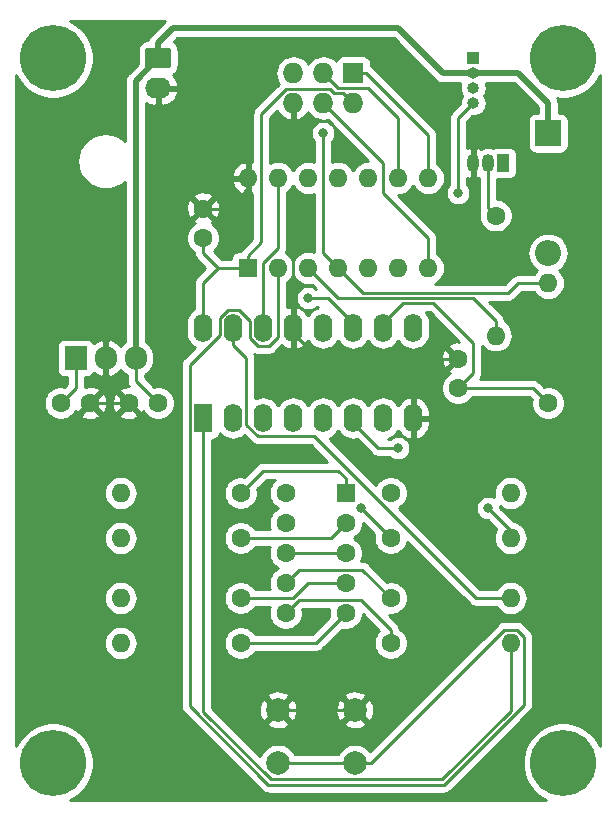
<source format=gbl>
G04 #@! TF.GenerationSoftware,KiCad,Pcbnew,5.1.2-f72e74a~84~ubuntu18.04.1*
G04 #@! TF.CreationDate,2019-06-13T20:11:50+02:00*
G04 #@! TF.ProjectId,cpu_luefter_ansteuerung,6370755f-6c75-4656-9674-65725f616e73,rev?*
G04 #@! TF.SameCoordinates,Original*
G04 #@! TF.FileFunction,Copper,L2,Bot*
G04 #@! TF.FilePolarity,Positive*
%FSLAX46Y46*%
G04 Gerber Fmt 4.6, Leading zero omitted, Abs format (unit mm)*
G04 Created by KiCad (PCBNEW 5.1.2-f72e74a~84~ubuntu18.04.1) date 2019-06-13 20:11:50*
%MOMM*%
%LPD*%
G04 APERTURE LIST*
%ADD10R,1.600000X1.600000*%
%ADD11C,1.600000*%
%ADD12C,2.000000*%
%ADD13C,5.600000*%
%ADD14R,2.200000X2.200000*%
%ADD15O,2.200000X2.200000*%
%ADD16C,0.100000*%
%ADD17C,1.740000*%
%ADD18O,2.200000X1.740000*%
%ADD19R,1.727200X1.727200*%
%ADD20O,1.727200X1.727200*%
%ADD21R,1.000000X1.000000*%
%ADD22O,1.000000X1.000000*%
%ADD23O,1.050000X1.500000*%
%ADD24R,1.050000X1.500000*%
%ADD25O,1.600000X1.600000*%
%ADD26R,1.905000X2.000000*%
%ADD27O,1.905000X2.000000*%
%ADD28R,1.600000X2.400000*%
%ADD29O,1.600000X2.400000*%
%ADD30C,0.800000*%
%ADD31C,0.250000*%
%ADD32C,0.500000*%
%ADD33C,0.254000*%
G04 APERTURE END LIST*
D10*
X130175000Y-113030000D03*
D11*
X130175000Y-115570000D03*
X130175000Y-118110000D03*
X130175000Y-120650000D03*
X130175000Y-123190000D03*
X125095000Y-123190000D03*
X125095000Y-120650000D03*
X125095000Y-118110000D03*
X125095000Y-115570000D03*
X125095000Y-113030000D03*
D12*
X124460000Y-131390000D03*
X124460000Y-135890000D03*
X130960000Y-131390000D03*
X130960000Y-135890000D03*
D13*
X148590000Y-135890000D03*
X105410000Y-135890000D03*
X148590000Y-76200000D03*
X105410000Y-76200000D03*
D11*
X118110000Y-91440000D03*
X118110000Y-88940000D03*
X139700000Y-101640000D03*
X139700000Y-104140000D03*
X111800000Y-105410000D03*
X114300000Y-105410000D03*
X106045000Y-105410000D03*
X108545000Y-105410000D03*
D14*
X147320000Y-82550000D03*
D15*
X147320000Y-92710000D03*
D16*
G36*
X115174505Y-75331204D02*
G01*
X115198773Y-75334804D01*
X115222572Y-75340765D01*
X115245671Y-75349030D01*
X115267850Y-75359520D01*
X115288893Y-75372132D01*
X115308599Y-75386747D01*
X115326777Y-75403223D01*
X115343253Y-75421401D01*
X115357868Y-75441107D01*
X115370480Y-75462150D01*
X115380970Y-75484329D01*
X115389235Y-75507428D01*
X115395196Y-75531227D01*
X115398796Y-75555495D01*
X115400000Y-75579999D01*
X115400000Y-76820001D01*
X115398796Y-76844505D01*
X115395196Y-76868773D01*
X115389235Y-76892572D01*
X115380970Y-76915671D01*
X115370480Y-76937850D01*
X115357868Y-76958893D01*
X115343253Y-76978599D01*
X115326777Y-76996777D01*
X115308599Y-77013253D01*
X115288893Y-77027868D01*
X115267850Y-77040480D01*
X115245671Y-77050970D01*
X115222572Y-77059235D01*
X115198773Y-77065196D01*
X115174505Y-77068796D01*
X115150001Y-77070000D01*
X113449999Y-77070000D01*
X113425495Y-77068796D01*
X113401227Y-77065196D01*
X113377428Y-77059235D01*
X113354329Y-77050970D01*
X113332150Y-77040480D01*
X113311107Y-77027868D01*
X113291401Y-77013253D01*
X113273223Y-76996777D01*
X113256747Y-76978599D01*
X113242132Y-76958893D01*
X113229520Y-76937850D01*
X113219030Y-76915671D01*
X113210765Y-76892572D01*
X113204804Y-76868773D01*
X113201204Y-76844505D01*
X113200000Y-76820001D01*
X113200000Y-75579999D01*
X113201204Y-75555495D01*
X113204804Y-75531227D01*
X113210765Y-75507428D01*
X113219030Y-75484329D01*
X113229520Y-75462150D01*
X113242132Y-75441107D01*
X113256747Y-75421401D01*
X113273223Y-75403223D01*
X113291401Y-75386747D01*
X113311107Y-75372132D01*
X113332150Y-75359520D01*
X113354329Y-75349030D01*
X113377428Y-75340765D01*
X113401227Y-75334804D01*
X113425495Y-75331204D01*
X113449999Y-75330000D01*
X115150001Y-75330000D01*
X115174505Y-75331204D01*
X115174505Y-75331204D01*
G37*
D17*
X114300000Y-76200000D03*
D18*
X114300000Y-78740000D03*
D19*
X130810000Y-77470000D03*
D20*
X130810000Y-80010000D03*
X128270000Y-77470000D03*
X128270000Y-80010000D03*
X125730000Y-77470000D03*
X125730000Y-80010000D03*
D21*
X140970000Y-76200000D03*
D22*
X140970000Y-77470000D03*
X140970000Y-78740000D03*
X140970000Y-80010000D03*
D23*
X142240000Y-85090000D03*
X140970000Y-85090000D03*
D24*
X143510000Y-85090000D03*
D11*
X147320000Y-105410000D03*
D25*
X147320000Y-95250000D03*
X142875000Y-99695000D03*
D11*
X142875000Y-89535000D03*
D25*
X144145000Y-121920000D03*
D11*
X133985000Y-121920000D03*
X133985000Y-125730000D03*
D25*
X144145000Y-125730000D03*
X111125000Y-121920000D03*
D11*
X121285000Y-121920000D03*
X121285000Y-116840000D03*
D25*
X111125000Y-116840000D03*
D11*
X121285000Y-113030000D03*
D25*
X111125000Y-113030000D03*
X144145000Y-116840000D03*
D11*
X133985000Y-116840000D03*
X133985000Y-113030000D03*
D25*
X144145000Y-113030000D03*
X111125000Y-125730000D03*
D11*
X121285000Y-125730000D03*
D26*
X107315000Y-101600000D03*
D27*
X109855000Y-101600000D03*
X112395000Y-101600000D03*
D10*
X121920000Y-93980000D03*
D25*
X137160000Y-86360000D03*
X124460000Y-93980000D03*
X134620000Y-86360000D03*
X127000000Y-93980000D03*
X132080000Y-86360000D03*
X129540000Y-93980000D03*
X129540000Y-86360000D03*
X132080000Y-93980000D03*
X127000000Y-86360000D03*
X134620000Y-93980000D03*
X124460000Y-86360000D03*
X137160000Y-93980000D03*
X121920000Y-86360000D03*
D28*
X118110000Y-106680000D03*
D29*
X135890000Y-99060000D03*
X120650000Y-106680000D03*
X133350000Y-99060000D03*
X123190000Y-106680000D03*
X130810000Y-99060000D03*
X125730000Y-106680000D03*
X128270000Y-99060000D03*
X128270000Y-106680000D03*
X125730000Y-99060000D03*
X130810000Y-106680000D03*
X123190000Y-99060000D03*
X133350000Y-106680000D03*
X120650000Y-99060000D03*
X135890000Y-106680000D03*
X118110000Y-99060000D03*
D30*
X125730000Y-87630000D03*
X121920000Y-87630000D03*
X128270000Y-82550000D03*
X139700000Y-87630000D03*
X142240000Y-114300000D03*
X131445000Y-114300000D03*
X134620000Y-109220000D03*
X127000000Y-96520000D03*
D31*
X107315000Y-104140000D02*
X106045000Y-105410000D01*
X107315000Y-101600000D02*
X107315000Y-104140000D01*
X146050000Y-104140000D02*
X147320000Y-105410000D01*
X139700000Y-104140000D02*
X146050000Y-104140000D01*
X135039990Y-96970010D02*
X137610010Y-96970010D01*
X133350000Y-99060000D02*
X133350000Y-98660000D01*
X133350000Y-98660000D02*
X135039990Y-96970010D01*
X137610010Y-96970010D02*
X140970000Y-100330000D01*
X140970000Y-102870000D02*
X139700000Y-104140000D01*
X140970000Y-100330000D02*
X140970000Y-102870000D01*
X121920000Y-92930000D02*
X121920000Y-93980000D01*
X123045001Y-91804999D02*
X121920000Y-92930000D01*
X123045001Y-80935869D02*
X123045001Y-91804999D01*
X125159471Y-78821399D02*
X123045001Y-80935869D01*
X128840529Y-78821399D02*
X125159471Y-78821399D01*
X129209140Y-79190010D02*
X128840529Y-78821399D01*
X129990010Y-79190010D02*
X129209140Y-79190010D01*
X130810000Y-80010000D02*
X129990010Y-79190010D01*
X121920000Y-93980000D02*
X119380000Y-93980000D01*
X118110000Y-95250000D02*
X118110000Y-99060000D01*
X119380000Y-93980000D02*
X118110000Y-95250000D01*
X118110000Y-92710000D02*
X119380000Y-93980000D01*
X118110000Y-91440000D02*
X118110000Y-92710000D01*
X130175000Y-118110000D02*
X125095000Y-118110000D01*
X109855000Y-104100000D02*
X108545000Y-105410000D01*
X109855000Y-101600000D02*
X109855000Y-104100000D01*
X108545000Y-105410000D02*
X111800000Y-105410000D01*
X121920000Y-86360000D02*
X121920000Y-87630000D01*
X120610000Y-88940000D02*
X118110000Y-88940000D01*
X121920000Y-87630000D02*
X120610000Y-88940000D01*
X139700000Y-101640000D02*
X137120000Y-101640000D01*
X135890000Y-102870000D02*
X135890000Y-106680000D01*
X137120000Y-101640000D02*
X135890000Y-102870000D01*
X129140000Y-102870000D02*
X135890000Y-102870000D01*
X125730000Y-99460000D02*
X129140000Y-102870000D01*
X125730000Y-99060000D02*
X125730000Y-99460000D01*
X125730000Y-99060000D02*
X125730000Y-87630000D01*
X124460000Y-131390000D02*
X130960000Y-131390000D01*
D32*
X114300000Y-76200000D02*
X114300000Y-74930000D01*
X114300000Y-74930000D02*
X115570000Y-73660000D01*
X115570000Y-73660000D02*
X134620000Y-73660000D01*
X138430000Y-77470000D02*
X140970000Y-77470000D01*
X134620000Y-73660000D02*
X138430000Y-77470000D01*
X140970000Y-77470000D02*
X144780000Y-77470000D01*
X147320000Y-80010000D02*
X147320000Y-82550000D01*
X144780000Y-77470000D02*
X147320000Y-80010000D01*
X112395000Y-78105000D02*
X112395000Y-101600000D01*
X114300000Y-76200000D02*
X112395000Y-78105000D01*
D31*
X112395000Y-103505000D02*
X114300000Y-105410000D01*
X112395000Y-101600000D02*
X112395000Y-103505000D01*
X142240000Y-88900000D02*
X142875000Y-89535000D01*
X142240000Y-85090000D02*
X142240000Y-88900000D01*
X120650000Y-100510000D02*
X120650000Y-99060000D01*
X121775010Y-101635010D02*
X120650000Y-100510000D01*
X121775010Y-107256014D02*
X121775010Y-101635010D01*
X122724006Y-108205010D02*
X121775010Y-107256014D01*
X127535012Y-108205010D02*
X122724006Y-108205010D01*
X141250002Y-121920000D02*
X127535012Y-108205010D01*
X144145000Y-121920000D02*
X141250002Y-121920000D01*
X137160000Y-85228630D02*
X137160000Y-86360000D01*
X137160000Y-82706400D02*
X137160000Y-85228630D01*
X131923600Y-77470000D02*
X137160000Y-82706400D01*
X130810000Y-77470000D02*
X131923600Y-77470000D01*
X134620000Y-81280000D02*
X134620000Y-86360000D01*
X132080000Y-78740000D02*
X134620000Y-81280000D01*
X128270000Y-77470000D02*
X129540000Y-78740000D01*
X129540000Y-78740000D02*
X132080000Y-78740000D01*
X128270000Y-80010000D02*
X133350000Y-85090000D01*
X133350000Y-85090000D02*
X133350000Y-87630000D01*
X137160000Y-91440000D02*
X137160000Y-93980000D01*
X133350000Y-87630000D02*
X137160000Y-91440000D01*
X131629990Y-96069990D02*
X143960010Y-96069990D01*
X129540000Y-93980000D02*
X131629990Y-96069990D01*
X144780000Y-95250000D02*
X147320000Y-95250000D01*
X143960010Y-96069990D02*
X144780000Y-95250000D01*
X128270000Y-92710000D02*
X129540000Y-93980000D01*
X128270000Y-82550000D02*
X128270000Y-92710000D01*
X139700000Y-81280000D02*
X140970000Y-80010000D01*
X139700000Y-87630000D02*
X139700000Y-81280000D01*
X142875000Y-98425000D02*
X142875000Y-99695000D01*
X140970000Y-96520000D02*
X142875000Y-98425000D01*
X127000000Y-93980000D02*
X129540000Y-96520000D01*
X129540000Y-96520000D02*
X140970000Y-96520000D01*
X125894999Y-119850001D02*
X125095000Y-120650000D01*
X126220001Y-119524999D02*
X125894999Y-119850001D01*
X131589999Y-119524999D02*
X126220001Y-119524999D01*
X133985000Y-121920000D02*
X131589999Y-119524999D01*
X125894999Y-122390001D02*
X125095000Y-123190000D01*
X126220001Y-122064999D02*
X125894999Y-122390001D01*
X131451369Y-122064999D02*
X126220001Y-122064999D01*
X133985000Y-124598630D02*
X131451369Y-122064999D01*
X133985000Y-125730000D02*
X133985000Y-124598630D01*
X144145000Y-131445000D02*
X144145000Y-125730000D01*
X138319999Y-137270001D02*
X144145000Y-131445000D01*
X123823999Y-137270001D02*
X138319999Y-137270001D01*
X118110000Y-106680000D02*
X118110000Y-131556002D01*
X118110000Y-131556002D02*
X123823999Y-137270001D01*
X129043630Y-120650000D02*
X130175000Y-120650000D01*
X126998590Y-120650000D02*
X129043630Y-120650000D01*
X125728590Y-121920000D02*
X126998590Y-120650000D01*
X121285000Y-121920000D02*
X125728590Y-121920000D01*
X128905000Y-116840000D02*
X130175000Y-115570000D01*
X121285000Y-116840000D02*
X128905000Y-116840000D01*
X130175000Y-111760000D02*
X130175000Y-113030000D01*
X129540000Y-111125000D02*
X130175000Y-111760000D01*
X121285000Y-113030000D02*
X123190000Y-111125000D01*
X123190000Y-111125000D02*
X129540000Y-111125000D01*
X144145000Y-116205000D02*
X144145000Y-116840000D01*
X142240000Y-114300000D02*
X144145000Y-116205000D01*
X133985000Y-116840000D02*
X131445000Y-114300000D01*
X132950000Y-109220000D02*
X134620000Y-109220000D01*
X130810000Y-106680000D02*
X130810000Y-107080000D01*
X130810000Y-107080000D02*
X132950000Y-109220000D01*
X127635000Y-125730000D02*
X130175000Y-123190000D01*
X121285000Y-125730000D02*
X127635000Y-125730000D01*
X125874213Y-135890000D02*
X130960000Y-135890000D01*
X124460000Y-135890000D02*
X125874213Y-135890000D01*
X124460000Y-95111370D02*
X124460000Y-93980000D01*
X124460000Y-99781004D02*
X124460000Y-95111370D01*
X123655994Y-100585010D02*
X124460000Y-99781004D01*
X122724006Y-100585010D02*
X123655994Y-100585010D01*
X122064990Y-99925994D02*
X122724006Y-100585010D01*
X122064990Y-98425000D02*
X122064990Y-99925994D01*
X121174980Y-97534990D02*
X122064990Y-98425000D01*
X120184006Y-97534990D02*
X121174980Y-97534990D01*
X119524990Y-98194006D02*
X120184006Y-97534990D01*
X119524990Y-99636014D02*
X119524990Y-98194006D01*
X116984999Y-102176005D02*
X119524990Y-99636014D01*
X116984999Y-131067411D02*
X116984999Y-102176005D01*
X123637599Y-137720011D02*
X116984999Y-131067411D01*
X138506399Y-137720011D02*
X123637599Y-137720011D01*
X145270001Y-130956409D02*
X138506399Y-137720011D01*
X145270001Y-125189999D02*
X145270001Y-130956409D01*
X144685001Y-124604999D02*
X145270001Y-125189999D01*
X143604999Y-124604999D02*
X144685001Y-124604999D01*
X132319998Y-135890000D02*
X143604999Y-124604999D01*
X124460000Y-135890000D02*
X132319998Y-135890000D01*
X130810000Y-98660000D02*
X130810000Y-99060000D01*
X127000000Y-96520000D02*
X128670000Y-96520000D01*
X128670000Y-96520000D02*
X130810000Y-98660000D01*
X123190000Y-97610000D02*
X123190000Y-99060000D01*
X123190000Y-93584998D02*
X123190000Y-97610000D01*
X124460000Y-92314998D02*
X123190000Y-93584998D01*
X124460000Y-86360000D02*
X124460000Y-92314998D01*
D33*
G36*
X113704951Y-74273471D02*
G01*
X113671184Y-74301183D01*
X113643471Y-74334951D01*
X113643468Y-74334954D01*
X113560590Y-74435941D01*
X113478412Y-74589687D01*
X113447316Y-74692192D01*
X113276745Y-74708992D01*
X113110149Y-74759528D01*
X112956613Y-74841595D01*
X112822038Y-74952038D01*
X112711595Y-75086613D01*
X112629528Y-75240149D01*
X112578992Y-75406745D01*
X112561928Y-75579999D01*
X112561928Y-76686494D01*
X111799956Y-77448466D01*
X111766183Y-77476183D01*
X111655589Y-77610942D01*
X111573411Y-77764688D01*
X111522805Y-77931511D01*
X111510000Y-78061524D01*
X111510000Y-78061531D01*
X111505719Y-78105000D01*
X111510000Y-78148469D01*
X111510000Y-83212885D01*
X111186446Y-82947351D01*
X110772116Y-82725887D01*
X110322542Y-82589510D01*
X109972157Y-82555000D01*
X109737843Y-82555000D01*
X109387458Y-82589510D01*
X108937884Y-82725887D01*
X108523554Y-82947351D01*
X108160391Y-83245391D01*
X107862351Y-83608554D01*
X107640887Y-84022884D01*
X107504510Y-84472458D01*
X107458461Y-84940000D01*
X107504510Y-85407542D01*
X107640887Y-85857116D01*
X107862351Y-86271446D01*
X108160391Y-86634609D01*
X108523554Y-86932649D01*
X108937884Y-87154113D01*
X109387458Y-87290490D01*
X109737843Y-87325000D01*
X109972157Y-87325000D01*
X110322542Y-87290490D01*
X110772116Y-87154113D01*
X111186446Y-86932649D01*
X111510000Y-86667115D01*
X111510001Y-100225494D01*
X111508765Y-100226155D01*
X111267037Y-100424537D01*
X111119838Y-100603900D01*
X110964437Y-100418685D01*
X110721923Y-100224031D01*
X110446094Y-100080429D01*
X110227980Y-100009437D01*
X109982000Y-100129406D01*
X109982000Y-101473000D01*
X110002000Y-101473000D01*
X110002000Y-101727000D01*
X109982000Y-101727000D01*
X109982000Y-103070594D01*
X110227980Y-103190563D01*
X110446094Y-103119571D01*
X110721923Y-102975969D01*
X110964437Y-102781315D01*
X111119837Y-102596101D01*
X111267037Y-102775463D01*
X111508766Y-102973845D01*
X111635001Y-103041319D01*
X111635001Y-103467668D01*
X111631324Y-103505000D01*
X111635001Y-103542333D01*
X111642553Y-103619003D01*
X111645998Y-103653985D01*
X111689454Y-103797246D01*
X111760026Y-103929276D01*
X111795959Y-103973060D01*
X111729488Y-103969783D01*
X111449870Y-104011213D01*
X111183708Y-104106397D01*
X111058486Y-104173329D01*
X110986903Y-104417298D01*
X111800000Y-105230395D01*
X111814143Y-105216253D01*
X111993748Y-105395858D01*
X111979605Y-105410000D01*
X112792702Y-106223097D01*
X113036671Y-106151514D01*
X113050324Y-106122659D01*
X113185363Y-106324759D01*
X113385241Y-106524637D01*
X113620273Y-106681680D01*
X113881426Y-106789853D01*
X114158665Y-106845000D01*
X114441335Y-106845000D01*
X114718574Y-106789853D01*
X114979727Y-106681680D01*
X115214759Y-106524637D01*
X115414637Y-106324759D01*
X115571680Y-106089727D01*
X115679853Y-105828574D01*
X115735000Y-105551335D01*
X115735000Y-105268665D01*
X115679853Y-104991426D01*
X115571680Y-104730273D01*
X115414637Y-104495241D01*
X115214759Y-104295363D01*
X114979727Y-104138320D01*
X114718574Y-104030147D01*
X114441335Y-103975000D01*
X114158665Y-103975000D01*
X113976114Y-104011312D01*
X113155000Y-103190199D01*
X113155000Y-103041319D01*
X113281235Y-102973845D01*
X113522963Y-102775463D01*
X113721345Y-102533734D01*
X113868755Y-102257948D01*
X113893612Y-102176005D01*
X116221323Y-102176005D01*
X116225000Y-102213338D01*
X116224999Y-131030089D01*
X116221323Y-131067411D01*
X116224999Y-131104733D01*
X116224999Y-131104743D01*
X116235996Y-131216396D01*
X116260148Y-131296015D01*
X116279453Y-131359657D01*
X116350025Y-131491687D01*
X116389870Y-131540237D01*
X116444998Y-131607412D01*
X116474002Y-131631215D01*
X123073800Y-138231014D01*
X123097598Y-138260012D01*
X123126596Y-138283810D01*
X123213322Y-138354985D01*
X123345352Y-138425557D01*
X123488613Y-138469014D01*
X123600266Y-138480011D01*
X123600275Y-138480011D01*
X123637598Y-138483687D01*
X123674921Y-138480011D01*
X138469077Y-138480011D01*
X138506399Y-138483687D01*
X138543721Y-138480011D01*
X138543732Y-138480011D01*
X138655385Y-138469014D01*
X138798646Y-138425557D01*
X138930675Y-138354985D01*
X139046400Y-138260012D01*
X139070203Y-138231008D01*
X145781004Y-131520208D01*
X145810002Y-131496410D01*
X145904975Y-131380685D01*
X145975547Y-131248656D01*
X146019004Y-131105395D01*
X146030001Y-130993742D01*
X146030001Y-130993734D01*
X146033677Y-130956409D01*
X146030001Y-130919084D01*
X146030001Y-125227322D01*
X146033677Y-125189999D01*
X146030001Y-125152676D01*
X146030001Y-125152666D01*
X146019004Y-125041013D01*
X145975547Y-124897752D01*
X145971872Y-124890876D01*
X145904975Y-124765722D01*
X145833800Y-124678996D01*
X145810002Y-124649998D01*
X145781005Y-124626201D01*
X145248804Y-124094001D01*
X145225002Y-124064998D01*
X145109277Y-123970025D01*
X144977248Y-123899453D01*
X144833987Y-123855996D01*
X144722334Y-123844999D01*
X144722323Y-123844999D01*
X144685001Y-123841323D01*
X144647679Y-123844999D01*
X143642321Y-123844999D01*
X143604998Y-123841323D01*
X143567675Y-123844999D01*
X143567666Y-123844999D01*
X143456013Y-123855996D01*
X143312752Y-123899453D01*
X143180723Y-123970025D01*
X143180721Y-123970026D01*
X143180722Y-123970026D01*
X143093995Y-124041200D01*
X143093991Y-124041204D01*
X143064998Y-124064998D01*
X143041204Y-124093991D01*
X132253003Y-134882194D01*
X132229987Y-134847748D01*
X132002252Y-134620013D01*
X131734463Y-134441082D01*
X131436912Y-134317832D01*
X131121033Y-134255000D01*
X130798967Y-134255000D01*
X130483088Y-134317832D01*
X130185537Y-134441082D01*
X129917748Y-134620013D01*
X129690013Y-134847748D01*
X129511082Y-135115537D01*
X129505091Y-135130000D01*
X125914909Y-135130000D01*
X125908918Y-135115537D01*
X125729987Y-134847748D01*
X125502252Y-134620013D01*
X125234463Y-134441082D01*
X124936912Y-134317832D01*
X124621033Y-134255000D01*
X124298967Y-134255000D01*
X123983088Y-134317832D01*
X123685537Y-134441082D01*
X123417748Y-134620013D01*
X123190013Y-134847748D01*
X123011082Y-135115537D01*
X122932954Y-135304154D01*
X120154213Y-132525413D01*
X123504192Y-132525413D01*
X123599956Y-132789814D01*
X123889571Y-132930704D01*
X124201108Y-133012384D01*
X124522595Y-133031718D01*
X124841675Y-132987961D01*
X125146088Y-132882795D01*
X125320044Y-132789814D01*
X125415808Y-132525413D01*
X130004192Y-132525413D01*
X130099956Y-132789814D01*
X130389571Y-132930704D01*
X130701108Y-133012384D01*
X131022595Y-133031718D01*
X131341675Y-132987961D01*
X131646088Y-132882795D01*
X131820044Y-132789814D01*
X131915808Y-132525413D01*
X130960000Y-131569605D01*
X130004192Y-132525413D01*
X125415808Y-132525413D01*
X124460000Y-131569605D01*
X123504192Y-132525413D01*
X120154213Y-132525413D01*
X119081395Y-131452595D01*
X122818282Y-131452595D01*
X122862039Y-131771675D01*
X122967205Y-132076088D01*
X123060186Y-132250044D01*
X123324587Y-132345808D01*
X124280395Y-131390000D01*
X124639605Y-131390000D01*
X125595413Y-132345808D01*
X125859814Y-132250044D01*
X126000704Y-131960429D01*
X126082384Y-131648892D01*
X126094189Y-131452595D01*
X129318282Y-131452595D01*
X129362039Y-131771675D01*
X129467205Y-132076088D01*
X129560186Y-132250044D01*
X129824587Y-132345808D01*
X130780395Y-131390000D01*
X131139605Y-131390000D01*
X132095413Y-132345808D01*
X132359814Y-132250044D01*
X132500704Y-131960429D01*
X132582384Y-131648892D01*
X132601718Y-131327405D01*
X132557961Y-131008325D01*
X132452795Y-130703912D01*
X132359814Y-130529956D01*
X132095413Y-130434192D01*
X131139605Y-131390000D01*
X130780395Y-131390000D01*
X129824587Y-130434192D01*
X129560186Y-130529956D01*
X129419296Y-130819571D01*
X129337616Y-131131108D01*
X129318282Y-131452595D01*
X126094189Y-131452595D01*
X126101718Y-131327405D01*
X126057961Y-131008325D01*
X125952795Y-130703912D01*
X125859814Y-130529956D01*
X125595413Y-130434192D01*
X124639605Y-131390000D01*
X124280395Y-131390000D01*
X123324587Y-130434192D01*
X123060186Y-130529956D01*
X122919296Y-130819571D01*
X122837616Y-131131108D01*
X122818282Y-131452595D01*
X119081395Y-131452595D01*
X118870000Y-131241201D01*
X118870000Y-130254587D01*
X123504192Y-130254587D01*
X124460000Y-131210395D01*
X125415808Y-130254587D01*
X130004192Y-130254587D01*
X130960000Y-131210395D01*
X131915808Y-130254587D01*
X131820044Y-129990186D01*
X131530429Y-129849296D01*
X131218892Y-129767616D01*
X130897405Y-129748282D01*
X130578325Y-129792039D01*
X130273912Y-129897205D01*
X130099956Y-129990186D01*
X130004192Y-130254587D01*
X125415808Y-130254587D01*
X125320044Y-129990186D01*
X125030429Y-129849296D01*
X124718892Y-129767616D01*
X124397405Y-129748282D01*
X124078325Y-129792039D01*
X123773912Y-129897205D01*
X123599956Y-129990186D01*
X123504192Y-130254587D01*
X118870000Y-130254587D01*
X118870000Y-108518072D01*
X118910000Y-108518072D01*
X119034482Y-108505812D01*
X119154180Y-108469502D01*
X119264494Y-108410537D01*
X119361185Y-108331185D01*
X119440537Y-108234494D01*
X119499502Y-108124180D01*
X119535812Y-108004482D01*
X119537581Y-107986517D01*
X119630393Y-108099608D01*
X119848900Y-108278932D01*
X120098193Y-108412182D01*
X120368692Y-108494236D01*
X120650000Y-108521943D01*
X120931309Y-108494236D01*
X121201808Y-108412182D01*
X121451101Y-108278932D01*
X121600510Y-108156315D01*
X122160206Y-108716012D01*
X122184005Y-108745011D01*
X122213003Y-108768809D01*
X122299729Y-108839984D01*
X122431759Y-108910556D01*
X122575020Y-108954013D01*
X122686673Y-108965010D01*
X122686683Y-108965010D01*
X122724005Y-108968686D01*
X122761328Y-108965010D01*
X127220211Y-108965010D01*
X128620201Y-110365000D01*
X123227323Y-110365000D01*
X123190000Y-110361324D01*
X123152677Y-110365000D01*
X123152667Y-110365000D01*
X123041014Y-110375997D01*
X122897753Y-110419454D01*
X122765724Y-110490026D01*
X122649999Y-110584999D01*
X122626201Y-110613997D01*
X121608886Y-111631312D01*
X121426335Y-111595000D01*
X121143665Y-111595000D01*
X120866426Y-111650147D01*
X120605273Y-111758320D01*
X120370241Y-111915363D01*
X120170363Y-112115241D01*
X120013320Y-112350273D01*
X119905147Y-112611426D01*
X119850000Y-112888665D01*
X119850000Y-113171335D01*
X119905147Y-113448574D01*
X120013320Y-113709727D01*
X120170363Y-113944759D01*
X120370241Y-114144637D01*
X120605273Y-114301680D01*
X120866426Y-114409853D01*
X121143665Y-114465000D01*
X121426335Y-114465000D01*
X121703574Y-114409853D01*
X121964727Y-114301680D01*
X122199759Y-114144637D01*
X122399637Y-113944759D01*
X122556680Y-113709727D01*
X122664853Y-113448574D01*
X122720000Y-113171335D01*
X122720000Y-112888665D01*
X122683688Y-112706114D01*
X123504802Y-111885000D01*
X124225683Y-111885000D01*
X124180241Y-111915363D01*
X123980363Y-112115241D01*
X123823320Y-112350273D01*
X123715147Y-112611426D01*
X123660000Y-112888665D01*
X123660000Y-113171335D01*
X123715147Y-113448574D01*
X123823320Y-113709727D01*
X123980363Y-113944759D01*
X124180241Y-114144637D01*
X124412759Y-114300000D01*
X124180241Y-114455363D01*
X123980363Y-114655241D01*
X123823320Y-114890273D01*
X123715147Y-115151426D01*
X123660000Y-115428665D01*
X123660000Y-115711335D01*
X123715147Y-115988574D01*
X123753017Y-116080000D01*
X122503043Y-116080000D01*
X122399637Y-115925241D01*
X122199759Y-115725363D01*
X121964727Y-115568320D01*
X121703574Y-115460147D01*
X121426335Y-115405000D01*
X121143665Y-115405000D01*
X120866426Y-115460147D01*
X120605273Y-115568320D01*
X120370241Y-115725363D01*
X120170363Y-115925241D01*
X120013320Y-116160273D01*
X119905147Y-116421426D01*
X119850000Y-116698665D01*
X119850000Y-116981335D01*
X119905147Y-117258574D01*
X120013320Y-117519727D01*
X120170363Y-117754759D01*
X120370241Y-117954637D01*
X120605273Y-118111680D01*
X120866426Y-118219853D01*
X121143665Y-118275000D01*
X121426335Y-118275000D01*
X121703574Y-118219853D01*
X121964727Y-118111680D01*
X122199759Y-117954637D01*
X122399637Y-117754759D01*
X122503043Y-117600000D01*
X123753017Y-117600000D01*
X123715147Y-117691426D01*
X123660000Y-117968665D01*
X123660000Y-118251335D01*
X123715147Y-118528574D01*
X123823320Y-118789727D01*
X123980363Y-119024759D01*
X124180241Y-119224637D01*
X124412759Y-119380000D01*
X124180241Y-119535363D01*
X123980363Y-119735241D01*
X123823320Y-119970273D01*
X123715147Y-120231426D01*
X123660000Y-120508665D01*
X123660000Y-120791335D01*
X123715147Y-121068574D01*
X123753017Y-121160000D01*
X122503043Y-121160000D01*
X122399637Y-121005241D01*
X122199759Y-120805363D01*
X121964727Y-120648320D01*
X121703574Y-120540147D01*
X121426335Y-120485000D01*
X121143665Y-120485000D01*
X120866426Y-120540147D01*
X120605273Y-120648320D01*
X120370241Y-120805363D01*
X120170363Y-121005241D01*
X120013320Y-121240273D01*
X119905147Y-121501426D01*
X119850000Y-121778665D01*
X119850000Y-122061335D01*
X119905147Y-122338574D01*
X120013320Y-122599727D01*
X120170363Y-122834759D01*
X120370241Y-123034637D01*
X120605273Y-123191680D01*
X120866426Y-123299853D01*
X121143665Y-123355000D01*
X121426335Y-123355000D01*
X121703574Y-123299853D01*
X121964727Y-123191680D01*
X122199759Y-123034637D01*
X122399637Y-122834759D01*
X122503043Y-122680000D01*
X123753017Y-122680000D01*
X123715147Y-122771426D01*
X123660000Y-123048665D01*
X123660000Y-123331335D01*
X123715147Y-123608574D01*
X123823320Y-123869727D01*
X123980363Y-124104759D01*
X124180241Y-124304637D01*
X124415273Y-124461680D01*
X124676426Y-124569853D01*
X124953665Y-124625000D01*
X125236335Y-124625000D01*
X125513574Y-124569853D01*
X125774727Y-124461680D01*
X126009759Y-124304637D01*
X126209637Y-124104759D01*
X126366680Y-123869727D01*
X126474853Y-123608574D01*
X126530000Y-123331335D01*
X126530000Y-123048665D01*
X126493688Y-122866113D01*
X126534802Y-122824999D01*
X128784491Y-122824999D01*
X128740000Y-123048665D01*
X128740000Y-123331335D01*
X128776312Y-123513886D01*
X127320199Y-124970000D01*
X122503043Y-124970000D01*
X122399637Y-124815241D01*
X122199759Y-124615363D01*
X121964727Y-124458320D01*
X121703574Y-124350147D01*
X121426335Y-124295000D01*
X121143665Y-124295000D01*
X120866426Y-124350147D01*
X120605273Y-124458320D01*
X120370241Y-124615363D01*
X120170363Y-124815241D01*
X120013320Y-125050273D01*
X119905147Y-125311426D01*
X119850000Y-125588665D01*
X119850000Y-125871335D01*
X119905147Y-126148574D01*
X120013320Y-126409727D01*
X120170363Y-126644759D01*
X120370241Y-126844637D01*
X120605273Y-127001680D01*
X120866426Y-127109853D01*
X121143665Y-127165000D01*
X121426335Y-127165000D01*
X121703574Y-127109853D01*
X121964727Y-127001680D01*
X122199759Y-126844637D01*
X122399637Y-126644759D01*
X122503043Y-126490000D01*
X127597678Y-126490000D01*
X127635000Y-126493676D01*
X127672322Y-126490000D01*
X127672333Y-126490000D01*
X127783986Y-126479003D01*
X127927247Y-126435546D01*
X128059276Y-126364974D01*
X128175001Y-126270001D01*
X128198804Y-126240997D01*
X129851114Y-124588688D01*
X130033665Y-124625000D01*
X130316335Y-124625000D01*
X130593574Y-124569853D01*
X130854727Y-124461680D01*
X131089759Y-124304637D01*
X131289637Y-124104759D01*
X131446680Y-123869727D01*
X131554853Y-123608574D01*
X131610000Y-123331335D01*
X131610000Y-123298431D01*
X132998586Y-124687018D01*
X132870363Y-124815241D01*
X132713320Y-125050273D01*
X132605147Y-125311426D01*
X132550000Y-125588665D01*
X132550000Y-125871335D01*
X132605147Y-126148574D01*
X132713320Y-126409727D01*
X132870363Y-126644759D01*
X133070241Y-126844637D01*
X133305273Y-127001680D01*
X133566426Y-127109853D01*
X133843665Y-127165000D01*
X134126335Y-127165000D01*
X134403574Y-127109853D01*
X134664727Y-127001680D01*
X134899759Y-126844637D01*
X135099637Y-126644759D01*
X135256680Y-126409727D01*
X135364853Y-126148574D01*
X135420000Y-125871335D01*
X135420000Y-125588665D01*
X135364853Y-125311426D01*
X135256680Y-125050273D01*
X135099637Y-124815241D01*
X134899759Y-124615363D01*
X134739798Y-124508481D01*
X134734003Y-124449644D01*
X134690546Y-124306383D01*
X134619974Y-124174354D01*
X134525001Y-124058629D01*
X134496003Y-124034831D01*
X133809345Y-123348173D01*
X133843665Y-123355000D01*
X134126335Y-123355000D01*
X134403574Y-123299853D01*
X134664727Y-123191680D01*
X134899759Y-123034637D01*
X135099637Y-122834759D01*
X135256680Y-122599727D01*
X135364853Y-122338574D01*
X135420000Y-122061335D01*
X135420000Y-121778665D01*
X135364853Y-121501426D01*
X135256680Y-121240273D01*
X135099637Y-121005241D01*
X134899759Y-120805363D01*
X134664727Y-120648320D01*
X134403574Y-120540147D01*
X134126335Y-120485000D01*
X133843665Y-120485000D01*
X133661114Y-120521312D01*
X132153803Y-119014002D01*
X132130000Y-118984998D01*
X132014275Y-118890025D01*
X131882246Y-118819453D01*
X131738985Y-118775996D01*
X131627332Y-118764999D01*
X131627321Y-118764999D01*
X131589999Y-118761323D01*
X131552677Y-118764999D01*
X131456923Y-118764999D01*
X131554853Y-118528574D01*
X131610000Y-118251335D01*
X131610000Y-117968665D01*
X131554853Y-117691426D01*
X131446680Y-117430273D01*
X131289637Y-117195241D01*
X131089759Y-116995363D01*
X130857241Y-116840000D01*
X131089759Y-116684637D01*
X131289637Y-116484759D01*
X131446680Y-116249727D01*
X131554853Y-115988574D01*
X131610000Y-115711335D01*
X131610000Y-115539802D01*
X132586312Y-116516114D01*
X132550000Y-116698665D01*
X132550000Y-116981335D01*
X132605147Y-117258574D01*
X132713320Y-117519727D01*
X132870363Y-117754759D01*
X133070241Y-117954637D01*
X133305273Y-118111680D01*
X133566426Y-118219853D01*
X133843665Y-118275000D01*
X134126335Y-118275000D01*
X134403574Y-118219853D01*
X134664727Y-118111680D01*
X134899759Y-117954637D01*
X135099637Y-117754759D01*
X135256680Y-117519727D01*
X135364853Y-117258574D01*
X135389561Y-117134361D01*
X140686203Y-122431003D01*
X140710001Y-122460001D01*
X140825726Y-122554974D01*
X140957755Y-122625546D01*
X141101016Y-122669003D01*
X141212669Y-122680000D01*
X141212679Y-122680000D01*
X141250002Y-122683676D01*
X141287325Y-122680000D01*
X142924099Y-122680000D01*
X142946068Y-122721101D01*
X143125392Y-122939608D01*
X143343899Y-123118932D01*
X143593192Y-123252182D01*
X143863691Y-123334236D01*
X144074508Y-123355000D01*
X144215492Y-123355000D01*
X144426309Y-123334236D01*
X144696808Y-123252182D01*
X144946101Y-123118932D01*
X145164608Y-122939608D01*
X145343932Y-122721101D01*
X145477182Y-122471808D01*
X145559236Y-122201309D01*
X145586943Y-121920000D01*
X145559236Y-121638691D01*
X145477182Y-121368192D01*
X145343932Y-121118899D01*
X145164608Y-120900392D01*
X144946101Y-120721068D01*
X144696808Y-120587818D01*
X144426309Y-120505764D01*
X144215492Y-120485000D01*
X144074508Y-120485000D01*
X143863691Y-120505764D01*
X143593192Y-120587818D01*
X143343899Y-120721068D01*
X143125392Y-120900392D01*
X142946068Y-121118899D01*
X142924099Y-121160000D01*
X141564804Y-121160000D01*
X134689758Y-114284955D01*
X134819804Y-114198061D01*
X141205000Y-114198061D01*
X141205000Y-114401939D01*
X141244774Y-114601898D01*
X141322795Y-114790256D01*
X141436063Y-114959774D01*
X141580226Y-115103937D01*
X141749744Y-115217205D01*
X141938102Y-115295226D01*
X142138061Y-115335000D01*
X142200199Y-115335000D01*
X142931448Y-116066250D01*
X142812818Y-116288192D01*
X142730764Y-116558691D01*
X142703057Y-116840000D01*
X142730764Y-117121309D01*
X142812818Y-117391808D01*
X142946068Y-117641101D01*
X143125392Y-117859608D01*
X143343899Y-118038932D01*
X143593192Y-118172182D01*
X143863691Y-118254236D01*
X144074508Y-118275000D01*
X144215492Y-118275000D01*
X144426309Y-118254236D01*
X144696808Y-118172182D01*
X144946101Y-118038932D01*
X145164608Y-117859608D01*
X145343932Y-117641101D01*
X145477182Y-117391808D01*
X145559236Y-117121309D01*
X145586943Y-116840000D01*
X145559236Y-116558691D01*
X145477182Y-116288192D01*
X145343932Y-116038899D01*
X145164608Y-115820392D01*
X144946101Y-115641068D01*
X144696808Y-115507818D01*
X144446774Y-115431972D01*
X143275000Y-114260199D01*
X143275000Y-114198061D01*
X143268897Y-114167380D01*
X143343899Y-114228932D01*
X143593192Y-114362182D01*
X143863691Y-114444236D01*
X144074508Y-114465000D01*
X144215492Y-114465000D01*
X144426309Y-114444236D01*
X144696808Y-114362182D01*
X144946101Y-114228932D01*
X145164608Y-114049608D01*
X145343932Y-113831101D01*
X145477182Y-113581808D01*
X145559236Y-113311309D01*
X145586943Y-113030000D01*
X145559236Y-112748691D01*
X145477182Y-112478192D01*
X145343932Y-112228899D01*
X145164608Y-112010392D01*
X144946101Y-111831068D01*
X144696808Y-111697818D01*
X144426309Y-111615764D01*
X144215492Y-111595000D01*
X144074508Y-111595000D01*
X143863691Y-111615764D01*
X143593192Y-111697818D01*
X143343899Y-111831068D01*
X143125392Y-112010392D01*
X142946068Y-112228899D01*
X142812818Y-112478192D01*
X142730764Y-112748691D01*
X142703057Y-113030000D01*
X142730764Y-113311309D01*
X142758090Y-113401393D01*
X142730256Y-113382795D01*
X142541898Y-113304774D01*
X142341939Y-113265000D01*
X142138061Y-113265000D01*
X141938102Y-113304774D01*
X141749744Y-113382795D01*
X141580226Y-113496063D01*
X141436063Y-113640226D01*
X141322795Y-113809744D01*
X141244774Y-113998102D01*
X141205000Y-114198061D01*
X134819804Y-114198061D01*
X134899759Y-114144637D01*
X135099637Y-113944759D01*
X135256680Y-113709727D01*
X135364853Y-113448574D01*
X135420000Y-113171335D01*
X135420000Y-112888665D01*
X135364853Y-112611426D01*
X135256680Y-112350273D01*
X135099637Y-112115241D01*
X134899759Y-111915363D01*
X134664727Y-111758320D01*
X134403574Y-111650147D01*
X134126335Y-111595000D01*
X133843665Y-111595000D01*
X133566426Y-111650147D01*
X133305273Y-111758320D01*
X133070241Y-111915363D01*
X132870363Y-112115241D01*
X132730045Y-112325242D01*
X128818108Y-108413305D01*
X128821808Y-108412182D01*
X129071101Y-108278932D01*
X129289608Y-108099608D01*
X129468932Y-107881101D01*
X129540000Y-107748142D01*
X129611068Y-107881101D01*
X129790393Y-108099608D01*
X130008900Y-108278932D01*
X130258193Y-108412182D01*
X130528692Y-108494236D01*
X130810000Y-108521943D01*
X131091309Y-108494236D01*
X131135906Y-108480708D01*
X132386201Y-109731003D01*
X132409999Y-109760001D01*
X132438997Y-109783799D01*
X132525723Y-109854974D01*
X132657753Y-109925546D01*
X132801014Y-109969003D01*
X132912667Y-109980000D01*
X132912676Y-109980000D01*
X132949999Y-109983676D01*
X132987322Y-109980000D01*
X133916289Y-109980000D01*
X133960226Y-110023937D01*
X134129744Y-110137205D01*
X134318102Y-110215226D01*
X134518061Y-110255000D01*
X134721939Y-110255000D01*
X134921898Y-110215226D01*
X135110256Y-110137205D01*
X135279774Y-110023937D01*
X135423937Y-109879774D01*
X135537205Y-109710256D01*
X135615226Y-109521898D01*
X135655000Y-109321939D01*
X135655000Y-109118061D01*
X135615226Y-108918102D01*
X135537205Y-108729744D01*
X135423937Y-108560226D01*
X135279774Y-108416063D01*
X135110256Y-108302795D01*
X134921898Y-108224774D01*
X134721939Y-108185000D01*
X134518061Y-108185000D01*
X134318102Y-108224774D01*
X134129744Y-108302795D01*
X133960226Y-108416063D01*
X133916289Y-108460000D01*
X133744171Y-108460000D01*
X133901808Y-108412182D01*
X134151101Y-108278932D01*
X134369608Y-108099608D01*
X134548932Y-107881101D01*
X134617265Y-107753259D01*
X134767399Y-107982839D01*
X134965105Y-108184500D01*
X135198354Y-108343715D01*
X135458182Y-108454367D01*
X135540961Y-108471904D01*
X135763000Y-108349915D01*
X135763000Y-106807000D01*
X136017000Y-106807000D01*
X136017000Y-108349915D01*
X136239039Y-108471904D01*
X136321818Y-108454367D01*
X136581646Y-108343715D01*
X136814895Y-108184500D01*
X137012601Y-107982839D01*
X137167166Y-107746483D01*
X137272650Y-107484514D01*
X137325000Y-107207000D01*
X137325000Y-106807000D01*
X136017000Y-106807000D01*
X135763000Y-106807000D01*
X135743000Y-106807000D01*
X135743000Y-106553000D01*
X135763000Y-106553000D01*
X135763000Y-105010085D01*
X136017000Y-105010085D01*
X136017000Y-106553000D01*
X137325000Y-106553000D01*
X137325000Y-106153000D01*
X137272650Y-105875486D01*
X137167166Y-105613517D01*
X137012601Y-105377161D01*
X136814895Y-105175500D01*
X136581646Y-105016285D01*
X136321818Y-104905633D01*
X136239039Y-104888096D01*
X136017000Y-105010085D01*
X135763000Y-105010085D01*
X135540961Y-104888096D01*
X135458182Y-104905633D01*
X135198354Y-105016285D01*
X134965105Y-105175500D01*
X134767399Y-105377161D01*
X134617265Y-105606741D01*
X134548932Y-105478899D01*
X134369607Y-105260392D01*
X134151100Y-105081068D01*
X133901807Y-104947818D01*
X133631308Y-104865764D01*
X133350000Y-104838057D01*
X133068691Y-104865764D01*
X132798192Y-104947818D01*
X132548899Y-105081068D01*
X132330392Y-105260393D01*
X132151068Y-105478900D01*
X132080000Y-105611858D01*
X132008932Y-105478899D01*
X131829607Y-105260392D01*
X131611100Y-105081068D01*
X131361807Y-104947818D01*
X131091308Y-104865764D01*
X130810000Y-104838057D01*
X130528691Y-104865764D01*
X130258192Y-104947818D01*
X130008899Y-105081068D01*
X129790392Y-105260393D01*
X129611068Y-105478900D01*
X129540000Y-105611858D01*
X129468932Y-105478899D01*
X129289607Y-105260392D01*
X129071100Y-105081068D01*
X128821807Y-104947818D01*
X128551308Y-104865764D01*
X128270000Y-104838057D01*
X127988691Y-104865764D01*
X127718192Y-104947818D01*
X127468899Y-105081068D01*
X127250392Y-105260393D01*
X127071068Y-105478900D01*
X127000000Y-105611858D01*
X126928932Y-105478899D01*
X126749607Y-105260392D01*
X126531100Y-105081068D01*
X126281807Y-104947818D01*
X126011308Y-104865764D01*
X125730000Y-104838057D01*
X125448691Y-104865764D01*
X125178192Y-104947818D01*
X124928899Y-105081068D01*
X124710392Y-105260393D01*
X124531068Y-105478900D01*
X124460000Y-105611858D01*
X124388932Y-105478899D01*
X124209607Y-105260392D01*
X123991100Y-105081068D01*
X123741807Y-104947818D01*
X123471308Y-104865764D01*
X123190000Y-104838057D01*
X122908691Y-104865764D01*
X122638192Y-104947818D01*
X122535010Y-105002970D01*
X122535010Y-101710512D01*
X138259783Y-101710512D01*
X138301213Y-101990130D01*
X138396397Y-102256292D01*
X138463329Y-102381514D01*
X138707298Y-102453097D01*
X139520395Y-101640000D01*
X138707298Y-100826903D01*
X138463329Y-100898486D01*
X138342429Y-101153996D01*
X138273700Y-101428184D01*
X138259783Y-101710512D01*
X122535010Y-101710512D01*
X122535010Y-101672332D01*
X122538686Y-101635009D01*
X122535010Y-101597686D01*
X122535010Y-101597677D01*
X122524013Y-101486024D01*
X122480556Y-101342763D01*
X122456693Y-101298120D01*
X122575020Y-101334013D01*
X122686673Y-101345010D01*
X122686682Y-101345010D01*
X122724005Y-101348686D01*
X122761328Y-101345010D01*
X123618672Y-101345010D01*
X123655994Y-101348686D01*
X123693316Y-101345010D01*
X123693327Y-101345010D01*
X123804980Y-101334013D01*
X123948241Y-101290556D01*
X124080270Y-101219984D01*
X124195995Y-101125011D01*
X124219797Y-101096008D01*
X124778472Y-100537334D01*
X124805105Y-100564500D01*
X125038354Y-100723715D01*
X125298182Y-100834367D01*
X125380961Y-100851904D01*
X125603000Y-100729915D01*
X125603000Y-99187000D01*
X125583000Y-99187000D01*
X125583000Y-98933000D01*
X125603000Y-98933000D01*
X125603000Y-97390085D01*
X125380961Y-97268096D01*
X125298182Y-97285633D01*
X125220000Y-97318928D01*
X125220000Y-95200901D01*
X125261101Y-95178932D01*
X125479608Y-94999608D01*
X125658932Y-94781101D01*
X125730000Y-94648142D01*
X125801068Y-94781101D01*
X125980392Y-94999608D01*
X126198899Y-95178932D01*
X126448192Y-95312182D01*
X126718691Y-95394236D01*
X126929508Y-95415000D01*
X127070492Y-95415000D01*
X127281309Y-95394236D01*
X127325906Y-95380708D01*
X127705198Y-95760000D01*
X127703711Y-95760000D01*
X127659774Y-95716063D01*
X127490256Y-95602795D01*
X127301898Y-95524774D01*
X127101939Y-95485000D01*
X126898061Y-95485000D01*
X126698102Y-95524774D01*
X126509744Y-95602795D01*
X126340226Y-95716063D01*
X126196063Y-95860226D01*
X126082795Y-96029744D01*
X126004774Y-96218102D01*
X125965000Y-96418061D01*
X125965000Y-96621939D01*
X126004774Y-96821898D01*
X126082795Y-97010256D01*
X126196063Y-97179774D01*
X126340226Y-97323937D01*
X126509744Y-97437205D01*
X126698102Y-97515226D01*
X126898061Y-97555000D01*
X127101939Y-97555000D01*
X127301898Y-97515226D01*
X127490256Y-97437205D01*
X127659774Y-97323937D01*
X127703711Y-97280000D01*
X127875829Y-97280000D01*
X127718192Y-97327818D01*
X127468899Y-97461068D01*
X127250392Y-97640393D01*
X127071068Y-97858900D01*
X127002735Y-97986742D01*
X126852601Y-97757161D01*
X126654895Y-97555500D01*
X126421646Y-97396285D01*
X126161818Y-97285633D01*
X126079039Y-97268096D01*
X125857000Y-97390085D01*
X125857000Y-98933000D01*
X125877000Y-98933000D01*
X125877000Y-99187000D01*
X125857000Y-99187000D01*
X125857000Y-100729915D01*
X126079039Y-100851904D01*
X126161818Y-100834367D01*
X126421646Y-100723715D01*
X126654895Y-100564500D01*
X126852601Y-100362839D01*
X127002735Y-100133259D01*
X127071068Y-100261101D01*
X127250393Y-100479608D01*
X127468900Y-100658932D01*
X127718193Y-100792182D01*
X127988692Y-100874236D01*
X128270000Y-100901943D01*
X128551309Y-100874236D01*
X128821808Y-100792182D01*
X129071101Y-100658932D01*
X129289608Y-100479608D01*
X129468932Y-100261101D01*
X129540000Y-100128142D01*
X129611068Y-100261101D01*
X129790393Y-100479608D01*
X130008900Y-100658932D01*
X130258193Y-100792182D01*
X130528692Y-100874236D01*
X130810000Y-100901943D01*
X131091309Y-100874236D01*
X131361808Y-100792182D01*
X131611101Y-100658932D01*
X131829608Y-100479608D01*
X132008932Y-100261101D01*
X132080000Y-100128142D01*
X132151068Y-100261101D01*
X132330393Y-100479608D01*
X132548900Y-100658932D01*
X132798193Y-100792182D01*
X133068692Y-100874236D01*
X133350000Y-100901943D01*
X133631309Y-100874236D01*
X133901808Y-100792182D01*
X134151101Y-100658932D01*
X134369608Y-100479608D01*
X134548932Y-100261101D01*
X134620000Y-100128142D01*
X134691068Y-100261101D01*
X134870393Y-100479608D01*
X135088900Y-100658932D01*
X135338193Y-100792182D01*
X135608692Y-100874236D01*
X135890000Y-100901943D01*
X136171309Y-100874236D01*
X136441808Y-100792182D01*
X136691101Y-100658932D01*
X136909608Y-100479608D01*
X137088932Y-100261101D01*
X137222182Y-100011808D01*
X137304236Y-99741309D01*
X137325000Y-99530491D01*
X137325000Y-98589508D01*
X137304236Y-98378691D01*
X137222182Y-98108192D01*
X137088932Y-97858899D01*
X136983155Y-97730010D01*
X137295209Y-97730010D01*
X139772006Y-100206808D01*
X139629488Y-100199783D01*
X139349870Y-100241213D01*
X139083708Y-100336397D01*
X138958486Y-100403329D01*
X138886903Y-100647298D01*
X139700000Y-101460395D01*
X139714143Y-101446253D01*
X139893748Y-101625858D01*
X139879605Y-101640000D01*
X139893748Y-101654143D01*
X139714143Y-101833748D01*
X139700000Y-101819605D01*
X138886903Y-102632702D01*
X138958486Y-102876671D01*
X138987341Y-102890324D01*
X138785241Y-103025363D01*
X138585363Y-103225241D01*
X138428320Y-103460273D01*
X138320147Y-103721426D01*
X138265000Y-103998665D01*
X138265000Y-104281335D01*
X138320147Y-104558574D01*
X138428320Y-104819727D01*
X138585363Y-105054759D01*
X138785241Y-105254637D01*
X139020273Y-105411680D01*
X139281426Y-105519853D01*
X139558665Y-105575000D01*
X139841335Y-105575000D01*
X140118574Y-105519853D01*
X140379727Y-105411680D01*
X140614759Y-105254637D01*
X140814637Y-105054759D01*
X140918043Y-104900000D01*
X145735199Y-104900000D01*
X145921312Y-105086114D01*
X145885000Y-105268665D01*
X145885000Y-105551335D01*
X145940147Y-105828574D01*
X146048320Y-106089727D01*
X146205363Y-106324759D01*
X146405241Y-106524637D01*
X146640273Y-106681680D01*
X146901426Y-106789853D01*
X147178665Y-106845000D01*
X147461335Y-106845000D01*
X147738574Y-106789853D01*
X147999727Y-106681680D01*
X148234759Y-106524637D01*
X148434637Y-106324759D01*
X148591680Y-106089727D01*
X148699853Y-105828574D01*
X148755000Y-105551335D01*
X148755000Y-105268665D01*
X148699853Y-104991426D01*
X148591680Y-104730273D01*
X148434637Y-104495241D01*
X148234759Y-104295363D01*
X147999727Y-104138320D01*
X147738574Y-104030147D01*
X147461335Y-103975000D01*
X147178665Y-103975000D01*
X146996114Y-104011312D01*
X146613804Y-103629003D01*
X146590001Y-103599999D01*
X146474276Y-103505026D01*
X146342247Y-103434454D01*
X146198986Y-103390997D01*
X146087333Y-103380000D01*
X146087322Y-103380000D01*
X146050000Y-103376324D01*
X146012678Y-103380000D01*
X141534622Y-103380000D01*
X141604974Y-103294276D01*
X141675546Y-103162247D01*
X141719003Y-103018986D01*
X141730000Y-102907333D01*
X141730000Y-102907324D01*
X141733676Y-102870001D01*
X141730000Y-102832678D01*
X141730000Y-100561817D01*
X141855392Y-100714608D01*
X142073899Y-100893932D01*
X142323192Y-101027182D01*
X142593691Y-101109236D01*
X142804508Y-101130000D01*
X142945492Y-101130000D01*
X143156309Y-101109236D01*
X143426808Y-101027182D01*
X143676101Y-100893932D01*
X143894608Y-100714608D01*
X144073932Y-100496101D01*
X144207182Y-100246808D01*
X144289236Y-99976309D01*
X144316943Y-99695000D01*
X144289236Y-99413691D01*
X144207182Y-99143192D01*
X144073932Y-98893899D01*
X143894608Y-98675392D01*
X143676101Y-98496068D01*
X143635000Y-98474099D01*
X143635000Y-98462323D01*
X143638676Y-98425000D01*
X143635000Y-98387677D01*
X143635000Y-98387667D01*
X143624003Y-98276014D01*
X143580546Y-98132753D01*
X143509974Y-98000724D01*
X143415001Y-97884999D01*
X143386004Y-97861202D01*
X142354791Y-96829990D01*
X143922688Y-96829990D01*
X143960010Y-96833666D01*
X143997332Y-96829990D01*
X143997343Y-96829990D01*
X144108996Y-96818993D01*
X144252257Y-96775536D01*
X144384286Y-96704964D01*
X144500011Y-96609991D01*
X144523813Y-96580988D01*
X145094802Y-96010000D01*
X146099099Y-96010000D01*
X146121068Y-96051101D01*
X146300392Y-96269608D01*
X146518899Y-96448932D01*
X146768192Y-96582182D01*
X147038691Y-96664236D01*
X147249508Y-96685000D01*
X147390492Y-96685000D01*
X147601309Y-96664236D01*
X147871808Y-96582182D01*
X148121101Y-96448932D01*
X148339608Y-96269608D01*
X148518932Y-96051101D01*
X148652182Y-95801808D01*
X148734236Y-95531309D01*
X148761943Y-95250000D01*
X148734236Y-94968691D01*
X148652182Y-94698192D01*
X148518932Y-94448899D01*
X148339608Y-94230392D01*
X148267228Y-94170991D01*
X148288578Y-94159579D01*
X148552766Y-93942766D01*
X148769579Y-93678578D01*
X148930686Y-93377168D01*
X149029895Y-93050119D01*
X149063394Y-92710000D01*
X149029895Y-92369881D01*
X148930686Y-92042832D01*
X148769579Y-91741422D01*
X148552766Y-91477234D01*
X148288578Y-91260421D01*
X147987168Y-91099314D01*
X147660119Y-91000105D01*
X147405225Y-90975000D01*
X147234775Y-90975000D01*
X146979881Y-91000105D01*
X146652832Y-91099314D01*
X146351422Y-91260421D01*
X146087234Y-91477234D01*
X145870421Y-91741422D01*
X145709314Y-92042832D01*
X145610105Y-92369881D01*
X145576606Y-92710000D01*
X145610105Y-93050119D01*
X145709314Y-93377168D01*
X145870421Y-93678578D01*
X146087234Y-93942766D01*
X146351422Y-94159579D01*
X146372772Y-94170991D01*
X146300392Y-94230392D01*
X146121068Y-94448899D01*
X146099099Y-94490000D01*
X144817322Y-94490000D01*
X144780000Y-94486324D01*
X144742677Y-94490000D01*
X144742667Y-94490000D01*
X144631014Y-94500997D01*
X144489912Y-94543799D01*
X144487753Y-94544454D01*
X144355723Y-94615026D01*
X144272083Y-94683668D01*
X144239999Y-94709999D01*
X144216201Y-94738998D01*
X143645209Y-95309990D01*
X137715909Y-95309990D01*
X137961101Y-95178932D01*
X138179608Y-94999608D01*
X138358932Y-94781101D01*
X138492182Y-94531808D01*
X138574236Y-94261309D01*
X138601943Y-93980000D01*
X138574236Y-93698691D01*
X138492182Y-93428192D01*
X138358932Y-93178899D01*
X138179608Y-92960392D01*
X137961101Y-92781068D01*
X137920000Y-92759099D01*
X137920000Y-91477325D01*
X137923676Y-91440000D01*
X137920000Y-91402675D01*
X137920000Y-91402667D01*
X137909003Y-91291014D01*
X137865546Y-91147753D01*
X137794974Y-91015724D01*
X137700001Y-90899999D01*
X137671004Y-90876202D01*
X134589801Y-87795000D01*
X134690492Y-87795000D01*
X134901309Y-87774236D01*
X135171808Y-87692182D01*
X135421101Y-87558932D01*
X135639608Y-87379608D01*
X135818932Y-87161101D01*
X135890000Y-87028142D01*
X135961068Y-87161101D01*
X136140392Y-87379608D01*
X136358899Y-87558932D01*
X136608192Y-87692182D01*
X136878691Y-87774236D01*
X137089508Y-87795000D01*
X137230492Y-87795000D01*
X137441309Y-87774236D01*
X137711808Y-87692182D01*
X137961101Y-87558932D01*
X138179608Y-87379608D01*
X138358932Y-87161101D01*
X138492182Y-86911808D01*
X138574236Y-86641309D01*
X138601943Y-86360000D01*
X138574236Y-86078691D01*
X138492182Y-85808192D01*
X138358932Y-85558899D01*
X138179608Y-85340392D01*
X137961101Y-85161068D01*
X137920000Y-85139099D01*
X137920000Y-82743723D01*
X137923676Y-82706400D01*
X137920000Y-82669077D01*
X137920000Y-82669067D01*
X137909003Y-82557414D01*
X137865546Y-82414153D01*
X137794974Y-82282123D01*
X137723799Y-82195397D01*
X137700001Y-82166399D01*
X137671004Y-82142602D01*
X132487404Y-76959003D01*
X132463601Y-76929999D01*
X132347876Y-76835026D01*
X132311672Y-76815674D01*
X132311672Y-76606400D01*
X132299412Y-76481918D01*
X132263102Y-76362220D01*
X132204137Y-76251906D01*
X132124785Y-76155215D01*
X132028094Y-76075863D01*
X131917780Y-76016898D01*
X131798082Y-75980588D01*
X131673600Y-75968328D01*
X129946400Y-75968328D01*
X129821918Y-75980588D01*
X129702220Y-76016898D01*
X129591906Y-76075863D01*
X129495215Y-76155215D01*
X129415863Y-76251906D01*
X129356898Y-76362220D01*
X129341414Y-76413265D01*
X129334797Y-76405203D01*
X129106606Y-76217931D01*
X128846264Y-76078775D01*
X128563777Y-75993084D01*
X128343619Y-75971400D01*
X128196381Y-75971400D01*
X127976223Y-75993084D01*
X127693736Y-76078775D01*
X127433394Y-76217931D01*
X127205203Y-76405203D01*
X127017931Y-76633394D01*
X127000000Y-76666940D01*
X126982069Y-76633394D01*
X126794797Y-76405203D01*
X126566606Y-76217931D01*
X126306264Y-76078775D01*
X126023777Y-75993084D01*
X125803619Y-75971400D01*
X125656381Y-75971400D01*
X125436223Y-75993084D01*
X125153736Y-76078775D01*
X124893394Y-76217931D01*
X124665203Y-76405203D01*
X124477931Y-76633394D01*
X124338775Y-76893736D01*
X124253084Y-77176223D01*
X124224149Y-77470000D01*
X124253084Y-77763777D01*
X124338775Y-78046264D01*
X124477931Y-78306606D01*
X124532712Y-78373356D01*
X122534004Y-80372065D01*
X122505000Y-80395868D01*
X122449872Y-80463043D01*
X122410027Y-80511593D01*
X122376777Y-80573799D01*
X122339455Y-80643623D01*
X122295998Y-80786884D01*
X122285001Y-80898537D01*
X122285001Y-80898547D01*
X122281325Y-80935869D01*
X122285001Y-80973191D01*
X122285001Y-84972938D01*
X122269039Y-84968096D01*
X122047000Y-85090085D01*
X122047000Y-86233000D01*
X122067000Y-86233000D01*
X122067000Y-86487000D01*
X122047000Y-86487000D01*
X122047000Y-87629915D01*
X122269039Y-87751904D01*
X122285002Y-87747062D01*
X122285002Y-91490196D01*
X121409002Y-92366196D01*
X121379999Y-92389999D01*
X121338987Y-92439973D01*
X121285026Y-92505724D01*
X121265674Y-92541928D01*
X121120000Y-92541928D01*
X120995518Y-92554188D01*
X120875820Y-92590498D01*
X120765506Y-92649463D01*
X120668815Y-92728815D01*
X120589463Y-92825506D01*
X120530498Y-92935820D01*
X120494188Y-93055518D01*
X120481928Y-93180000D01*
X120481928Y-93220000D01*
X119694802Y-93220000D01*
X119027099Y-92552297D01*
X119224637Y-92354759D01*
X119381680Y-92119727D01*
X119489853Y-91858574D01*
X119545000Y-91581335D01*
X119545000Y-91298665D01*
X119489853Y-91021426D01*
X119381680Y-90760273D01*
X119224637Y-90525241D01*
X119024759Y-90325363D01*
X118824131Y-90191308D01*
X118851514Y-90176671D01*
X118923097Y-89932702D01*
X118110000Y-89119605D01*
X117296903Y-89932702D01*
X117368486Y-90176671D01*
X117397341Y-90190324D01*
X117195241Y-90325363D01*
X116995363Y-90525241D01*
X116838320Y-90760273D01*
X116730147Y-91021426D01*
X116675000Y-91298665D01*
X116675000Y-91581335D01*
X116730147Y-91858574D01*
X116838320Y-92119727D01*
X116995363Y-92354759D01*
X117195241Y-92554637D01*
X117350001Y-92658044D01*
X117350001Y-92672668D01*
X117346324Y-92710000D01*
X117350001Y-92747333D01*
X117357701Y-92825506D01*
X117360998Y-92858985D01*
X117404454Y-93002246D01*
X117475026Y-93134276D01*
X117542361Y-93216323D01*
X117570000Y-93250001D01*
X117598998Y-93273799D01*
X118305198Y-93980000D01*
X117599003Y-94686196D01*
X117569999Y-94709999D01*
X117514871Y-94777174D01*
X117475026Y-94825724D01*
X117432929Y-94904482D01*
X117404454Y-94957754D01*
X117360997Y-95101015D01*
X117350000Y-95212668D01*
X117350000Y-95212678D01*
X117346324Y-95250000D01*
X117350000Y-95287323D01*
X117350001Y-97439099D01*
X117308899Y-97461068D01*
X117090392Y-97640393D01*
X116911068Y-97858900D01*
X116777818Y-98108193D01*
X116695764Y-98378692D01*
X116675000Y-98589509D01*
X116675000Y-99530492D01*
X116695764Y-99741309D01*
X116777818Y-100011808D01*
X116911068Y-100261101D01*
X117090393Y-100479608D01*
X117308900Y-100658932D01*
X117386039Y-100700164D01*
X116473997Y-101612206D01*
X116444999Y-101636004D01*
X116421201Y-101665002D01*
X116421200Y-101665003D01*
X116350025Y-101751729D01*
X116279453Y-101883759D01*
X116235997Y-102027020D01*
X116221323Y-102176005D01*
X113893612Y-102176005D01*
X113959530Y-101958703D01*
X113982500Y-101725485D01*
X113982500Y-101474514D01*
X113959530Y-101241296D01*
X113868755Y-100942051D01*
X113721345Y-100666265D01*
X113522963Y-100424537D01*
X113281234Y-100226155D01*
X113280000Y-100225495D01*
X113280000Y-89010512D01*
X116669783Y-89010512D01*
X116711213Y-89290130D01*
X116806397Y-89556292D01*
X116873329Y-89681514D01*
X117117298Y-89753097D01*
X117930395Y-88940000D01*
X118289605Y-88940000D01*
X119102702Y-89753097D01*
X119346671Y-89681514D01*
X119467571Y-89426004D01*
X119536300Y-89151816D01*
X119550217Y-88869488D01*
X119508787Y-88589870D01*
X119413603Y-88323708D01*
X119346671Y-88198486D01*
X119102702Y-88126903D01*
X118289605Y-88940000D01*
X117930395Y-88940000D01*
X117117298Y-88126903D01*
X116873329Y-88198486D01*
X116752429Y-88453996D01*
X116683700Y-88728184D01*
X116669783Y-89010512D01*
X113280000Y-89010512D01*
X113280000Y-87947298D01*
X117296903Y-87947298D01*
X118110000Y-88760395D01*
X118923097Y-87947298D01*
X118851514Y-87703329D01*
X118596004Y-87582429D01*
X118321816Y-87513700D01*
X118039488Y-87499783D01*
X117759870Y-87541213D01*
X117493708Y-87636397D01*
X117368486Y-87703329D01*
X117296903Y-87947298D01*
X113280000Y-87947298D01*
X113280000Y-86709040D01*
X120528091Y-86709040D01*
X120622930Y-86973881D01*
X120767615Y-87215131D01*
X120956586Y-87423519D01*
X121182580Y-87591037D01*
X121436913Y-87711246D01*
X121570961Y-87751904D01*
X121793000Y-87629915D01*
X121793000Y-86487000D01*
X120649376Y-86487000D01*
X120528091Y-86709040D01*
X113280000Y-86709040D01*
X113280000Y-86010960D01*
X120528091Y-86010960D01*
X120649376Y-86233000D01*
X121793000Y-86233000D01*
X121793000Y-85090085D01*
X121570961Y-84968096D01*
X121436913Y-85008754D01*
X121182580Y-85128963D01*
X120956586Y-85296481D01*
X120767615Y-85504869D01*
X120622930Y-85746119D01*
X120528091Y-86010960D01*
X113280000Y-86010960D01*
X113280000Y-80022323D01*
X113369196Y-80080738D01*
X113644227Y-80191696D01*
X113935620Y-80246866D01*
X114173000Y-80090586D01*
X114173000Y-78867000D01*
X114427000Y-78867000D01*
X114427000Y-80090586D01*
X114664380Y-80246866D01*
X114955773Y-80191696D01*
X115230804Y-80080738D01*
X115478903Y-79918256D01*
X115690536Y-79710494D01*
X115857571Y-79465437D01*
X115973588Y-79192502D01*
X115991302Y-79100031D01*
X115870246Y-78867000D01*
X114427000Y-78867000D01*
X114173000Y-78867000D01*
X114153000Y-78867000D01*
X114153000Y-78613000D01*
X114173000Y-78613000D01*
X114173000Y-78593000D01*
X114427000Y-78593000D01*
X114427000Y-78613000D01*
X115870246Y-78613000D01*
X115991302Y-78379969D01*
X115973588Y-78287498D01*
X115857571Y-78014563D01*
X115690536Y-77769506D01*
X115534686Y-77616507D01*
X115643387Y-77558405D01*
X115777962Y-77447962D01*
X115888405Y-77313387D01*
X115970472Y-77159851D01*
X116021008Y-76993255D01*
X116038072Y-76820001D01*
X116038072Y-75579999D01*
X116021008Y-75406745D01*
X115970472Y-75240149D01*
X115888405Y-75086613D01*
X115777962Y-74952038D01*
X115643387Y-74841595D01*
X115641169Y-74840409D01*
X115936579Y-74545000D01*
X134253422Y-74545000D01*
X137773470Y-78065049D01*
X137801183Y-78098817D01*
X137834951Y-78126530D01*
X137834953Y-78126532D01*
X137935941Y-78209411D01*
X138089686Y-78291589D01*
X138256510Y-78342195D01*
X138386523Y-78355000D01*
X138386531Y-78355000D01*
X138430000Y-78359281D01*
X138473469Y-78355000D01*
X139900718Y-78355000D01*
X139851423Y-78517501D01*
X139829509Y-78740000D01*
X139851423Y-78962499D01*
X139916324Y-79176447D01*
X140021716Y-79373623D01*
X140022846Y-79375000D01*
X140021716Y-79376377D01*
X139916324Y-79573553D01*
X139851423Y-79787501D01*
X139829509Y-80010000D01*
X139835399Y-80069800D01*
X139188998Y-80716201D01*
X139160000Y-80739999D01*
X139136203Y-80768996D01*
X139136201Y-80768998D01*
X139065026Y-80855724D01*
X138994454Y-80987754D01*
X138991099Y-80998815D01*
X138950998Y-81131014D01*
X138943630Y-81205820D01*
X138936324Y-81280000D01*
X138940001Y-81317332D01*
X138940000Y-86926289D01*
X138896063Y-86970226D01*
X138782795Y-87139744D01*
X138704774Y-87328102D01*
X138665000Y-87528061D01*
X138665000Y-87731939D01*
X138704774Y-87931898D01*
X138782795Y-88120256D01*
X138896063Y-88289774D01*
X139040226Y-88433937D01*
X139209744Y-88547205D01*
X139398102Y-88625226D01*
X139598061Y-88665000D01*
X139801939Y-88665000D01*
X140001898Y-88625226D01*
X140190256Y-88547205D01*
X140359774Y-88433937D01*
X140503937Y-88289774D01*
X140617205Y-88120256D01*
X140695226Y-87931898D01*
X140735000Y-87731939D01*
X140735000Y-87528061D01*
X140695226Y-87328102D01*
X140617205Y-87139744D01*
X140503937Y-86970226D01*
X140460000Y-86926289D01*
X140460000Y-86361958D01*
X140602663Y-86425272D01*
X140664190Y-86433964D01*
X140843000Y-86308163D01*
X140843000Y-85217000D01*
X140823000Y-85217000D01*
X140823000Y-84963000D01*
X140843000Y-84963000D01*
X140843000Y-84808021D01*
X141080000Y-84808021D01*
X141080000Y-85371978D01*
X141096785Y-85542399D01*
X141097000Y-85543108D01*
X141097000Y-86308163D01*
X141275810Y-86433964D01*
X141337337Y-86425272D01*
X141480000Y-86361957D01*
X141480001Y-88862668D01*
X141476324Y-88900000D01*
X141490998Y-89048985D01*
X141504561Y-89093698D01*
X141495147Y-89116426D01*
X141440000Y-89393665D01*
X141440000Y-89676335D01*
X141495147Y-89953574D01*
X141603320Y-90214727D01*
X141760363Y-90449759D01*
X141960241Y-90649637D01*
X142195273Y-90806680D01*
X142456426Y-90914853D01*
X142733665Y-90970000D01*
X143016335Y-90970000D01*
X143293574Y-90914853D01*
X143554727Y-90806680D01*
X143789759Y-90649637D01*
X143989637Y-90449759D01*
X144146680Y-90214727D01*
X144254853Y-89953574D01*
X144310000Y-89676335D01*
X144310000Y-89393665D01*
X144254853Y-89116426D01*
X144146680Y-88855273D01*
X143989637Y-88620241D01*
X143789759Y-88420363D01*
X143554727Y-88263320D01*
X143293574Y-88155147D01*
X143016335Y-88100000D01*
X143000000Y-88100000D01*
X143000000Y-86478072D01*
X144035000Y-86478072D01*
X144159482Y-86465812D01*
X144279180Y-86429502D01*
X144389494Y-86370537D01*
X144486185Y-86291185D01*
X144565537Y-86194494D01*
X144624502Y-86084180D01*
X144660812Y-85964482D01*
X144673072Y-85840000D01*
X144673072Y-84340000D01*
X144660812Y-84215518D01*
X144624502Y-84095820D01*
X144565537Y-83985506D01*
X144486185Y-83888815D01*
X144389494Y-83809463D01*
X144279180Y-83750498D01*
X144159482Y-83714188D01*
X144035000Y-83701928D01*
X142985000Y-83701928D01*
X142860518Y-83714188D01*
X142740820Y-83750498D01*
X142676098Y-83785093D01*
X142467400Y-83721785D01*
X142240000Y-83699388D01*
X142012601Y-83721785D01*
X141793941Y-83788115D01*
X141605331Y-83888929D01*
X141546882Y-83847725D01*
X141337337Y-83754728D01*
X141275810Y-83746036D01*
X141097000Y-83871837D01*
X141097000Y-84636891D01*
X141096785Y-84637600D01*
X141080000Y-84808021D01*
X140843000Y-84808021D01*
X140843000Y-83871837D01*
X140664190Y-83746036D01*
X140602663Y-83754728D01*
X140460000Y-83818042D01*
X140460000Y-81594801D01*
X140910200Y-81144601D01*
X140914248Y-81145000D01*
X141025752Y-81145000D01*
X141192499Y-81128577D01*
X141406447Y-81063676D01*
X141603623Y-80958284D01*
X141776449Y-80816449D01*
X141918284Y-80643623D01*
X142023676Y-80446447D01*
X142088577Y-80232499D01*
X142110491Y-80010000D01*
X142088577Y-79787501D01*
X142023676Y-79573553D01*
X141918284Y-79376377D01*
X141917154Y-79375000D01*
X141918284Y-79373623D01*
X142023676Y-79176447D01*
X142088577Y-78962499D01*
X142110491Y-78740000D01*
X142088577Y-78517501D01*
X142039282Y-78355000D01*
X144413422Y-78355000D01*
X146435000Y-80376579D01*
X146435000Y-80811928D01*
X146220000Y-80811928D01*
X146095518Y-80824188D01*
X145975820Y-80860498D01*
X145865506Y-80919463D01*
X145768815Y-80998815D01*
X145689463Y-81095506D01*
X145630498Y-81205820D01*
X145594188Y-81325518D01*
X145581928Y-81450000D01*
X145581928Y-83650000D01*
X145594188Y-83774482D01*
X145630498Y-83894180D01*
X145689463Y-84004494D01*
X145768815Y-84101185D01*
X145865506Y-84180537D01*
X145975820Y-84239502D01*
X146095518Y-84275812D01*
X146220000Y-84288072D01*
X148420000Y-84288072D01*
X148544482Y-84275812D01*
X148664180Y-84239502D01*
X148774494Y-84180537D01*
X148871185Y-84101185D01*
X148950537Y-84004494D01*
X149009502Y-83894180D01*
X149045812Y-83774482D01*
X149058072Y-83650000D01*
X149058072Y-81450000D01*
X149045812Y-81325518D01*
X149009502Y-81205820D01*
X148950537Y-81095506D01*
X148871185Y-80998815D01*
X148774494Y-80919463D01*
X148664180Y-80860498D01*
X148544482Y-80824188D01*
X148420000Y-80811928D01*
X148205000Y-80811928D01*
X148205000Y-80053465D01*
X148209281Y-80009999D01*
X148205000Y-79966533D01*
X148205000Y-79966523D01*
X148192195Y-79836510D01*
X148141589Y-79669687D01*
X148107745Y-79606369D01*
X148251682Y-79635000D01*
X148928318Y-79635000D01*
X149591952Y-79502994D01*
X150217082Y-79244057D01*
X150779685Y-78868138D01*
X151258138Y-78389685D01*
X151634057Y-77827082D01*
X151715000Y-77631668D01*
X151715001Y-134458334D01*
X151634057Y-134262918D01*
X151258138Y-133700315D01*
X150779685Y-133221862D01*
X150217082Y-132845943D01*
X149591952Y-132587006D01*
X148928318Y-132455000D01*
X148251682Y-132455000D01*
X147588048Y-132587006D01*
X146962918Y-132845943D01*
X146400315Y-133221862D01*
X145921862Y-133700315D01*
X145545943Y-134262918D01*
X145287006Y-134888048D01*
X145155000Y-135551682D01*
X145155000Y-136228318D01*
X145287006Y-136891952D01*
X145545943Y-137517082D01*
X145921862Y-138079685D01*
X146400315Y-138558138D01*
X146962918Y-138934057D01*
X147158332Y-139015000D01*
X106841668Y-139015000D01*
X107037082Y-138934057D01*
X107599685Y-138558138D01*
X108078138Y-138079685D01*
X108454057Y-137517082D01*
X108712994Y-136891952D01*
X108845000Y-136228318D01*
X108845000Y-135551682D01*
X108712994Y-134888048D01*
X108454057Y-134262918D01*
X108078138Y-133700315D01*
X107599685Y-133221862D01*
X107037082Y-132845943D01*
X106411952Y-132587006D01*
X105748318Y-132455000D01*
X105071682Y-132455000D01*
X104408048Y-132587006D01*
X103782918Y-132845943D01*
X103220315Y-133221862D01*
X102741862Y-133700315D01*
X102365943Y-134262918D01*
X102285000Y-134458332D01*
X102285000Y-125730000D01*
X109683057Y-125730000D01*
X109710764Y-126011309D01*
X109792818Y-126281808D01*
X109926068Y-126531101D01*
X110105392Y-126749608D01*
X110323899Y-126928932D01*
X110573192Y-127062182D01*
X110843691Y-127144236D01*
X111054508Y-127165000D01*
X111195492Y-127165000D01*
X111406309Y-127144236D01*
X111676808Y-127062182D01*
X111926101Y-126928932D01*
X112144608Y-126749608D01*
X112323932Y-126531101D01*
X112457182Y-126281808D01*
X112539236Y-126011309D01*
X112566943Y-125730000D01*
X112539236Y-125448691D01*
X112457182Y-125178192D01*
X112323932Y-124928899D01*
X112144608Y-124710392D01*
X111926101Y-124531068D01*
X111676808Y-124397818D01*
X111406309Y-124315764D01*
X111195492Y-124295000D01*
X111054508Y-124295000D01*
X110843691Y-124315764D01*
X110573192Y-124397818D01*
X110323899Y-124531068D01*
X110105392Y-124710392D01*
X109926068Y-124928899D01*
X109792818Y-125178192D01*
X109710764Y-125448691D01*
X109683057Y-125730000D01*
X102285000Y-125730000D01*
X102285000Y-121920000D01*
X109683057Y-121920000D01*
X109710764Y-122201309D01*
X109792818Y-122471808D01*
X109926068Y-122721101D01*
X110105392Y-122939608D01*
X110323899Y-123118932D01*
X110573192Y-123252182D01*
X110843691Y-123334236D01*
X111054508Y-123355000D01*
X111195492Y-123355000D01*
X111406309Y-123334236D01*
X111676808Y-123252182D01*
X111926101Y-123118932D01*
X112144608Y-122939608D01*
X112323932Y-122721101D01*
X112457182Y-122471808D01*
X112539236Y-122201309D01*
X112566943Y-121920000D01*
X112539236Y-121638691D01*
X112457182Y-121368192D01*
X112323932Y-121118899D01*
X112144608Y-120900392D01*
X111926101Y-120721068D01*
X111676808Y-120587818D01*
X111406309Y-120505764D01*
X111195492Y-120485000D01*
X111054508Y-120485000D01*
X110843691Y-120505764D01*
X110573192Y-120587818D01*
X110323899Y-120721068D01*
X110105392Y-120900392D01*
X109926068Y-121118899D01*
X109792818Y-121368192D01*
X109710764Y-121638691D01*
X109683057Y-121920000D01*
X102285000Y-121920000D01*
X102285000Y-116840000D01*
X109683057Y-116840000D01*
X109710764Y-117121309D01*
X109792818Y-117391808D01*
X109926068Y-117641101D01*
X110105392Y-117859608D01*
X110323899Y-118038932D01*
X110573192Y-118172182D01*
X110843691Y-118254236D01*
X111054508Y-118275000D01*
X111195492Y-118275000D01*
X111406309Y-118254236D01*
X111676808Y-118172182D01*
X111926101Y-118038932D01*
X112144608Y-117859608D01*
X112323932Y-117641101D01*
X112457182Y-117391808D01*
X112539236Y-117121309D01*
X112566943Y-116840000D01*
X112539236Y-116558691D01*
X112457182Y-116288192D01*
X112323932Y-116038899D01*
X112144608Y-115820392D01*
X111926101Y-115641068D01*
X111676808Y-115507818D01*
X111406309Y-115425764D01*
X111195492Y-115405000D01*
X111054508Y-115405000D01*
X110843691Y-115425764D01*
X110573192Y-115507818D01*
X110323899Y-115641068D01*
X110105392Y-115820392D01*
X109926068Y-116038899D01*
X109792818Y-116288192D01*
X109710764Y-116558691D01*
X109683057Y-116840000D01*
X102285000Y-116840000D01*
X102285000Y-113030000D01*
X109683057Y-113030000D01*
X109710764Y-113311309D01*
X109792818Y-113581808D01*
X109926068Y-113831101D01*
X110105392Y-114049608D01*
X110323899Y-114228932D01*
X110573192Y-114362182D01*
X110843691Y-114444236D01*
X111054508Y-114465000D01*
X111195492Y-114465000D01*
X111406309Y-114444236D01*
X111676808Y-114362182D01*
X111926101Y-114228932D01*
X112144608Y-114049608D01*
X112323932Y-113831101D01*
X112457182Y-113581808D01*
X112539236Y-113311309D01*
X112566943Y-113030000D01*
X112539236Y-112748691D01*
X112457182Y-112478192D01*
X112323932Y-112228899D01*
X112144608Y-112010392D01*
X111926101Y-111831068D01*
X111676808Y-111697818D01*
X111406309Y-111615764D01*
X111195492Y-111595000D01*
X111054508Y-111595000D01*
X110843691Y-111615764D01*
X110573192Y-111697818D01*
X110323899Y-111831068D01*
X110105392Y-112010392D01*
X109926068Y-112228899D01*
X109792818Y-112478192D01*
X109710764Y-112748691D01*
X109683057Y-113030000D01*
X102285000Y-113030000D01*
X102285000Y-105268665D01*
X104610000Y-105268665D01*
X104610000Y-105551335D01*
X104665147Y-105828574D01*
X104773320Y-106089727D01*
X104930363Y-106324759D01*
X105130241Y-106524637D01*
X105365273Y-106681680D01*
X105626426Y-106789853D01*
X105903665Y-106845000D01*
X106186335Y-106845000D01*
X106463574Y-106789853D01*
X106724727Y-106681680D01*
X106959759Y-106524637D01*
X107081694Y-106402702D01*
X107731903Y-106402702D01*
X107803486Y-106646671D01*
X108058996Y-106767571D01*
X108333184Y-106836300D01*
X108615512Y-106850217D01*
X108895130Y-106808787D01*
X109161292Y-106713603D01*
X109286514Y-106646671D01*
X109358097Y-106402702D01*
X110986903Y-106402702D01*
X111058486Y-106646671D01*
X111313996Y-106767571D01*
X111588184Y-106836300D01*
X111870512Y-106850217D01*
X112150130Y-106808787D01*
X112416292Y-106713603D01*
X112541514Y-106646671D01*
X112613097Y-106402702D01*
X111800000Y-105589605D01*
X110986903Y-106402702D01*
X109358097Y-106402702D01*
X108545000Y-105589605D01*
X107731903Y-106402702D01*
X107081694Y-106402702D01*
X107159637Y-106324759D01*
X107293692Y-106124131D01*
X107308329Y-106151514D01*
X107552298Y-106223097D01*
X108365395Y-105410000D01*
X108724605Y-105410000D01*
X109537702Y-106223097D01*
X109781671Y-106151514D01*
X109902571Y-105896004D01*
X109971300Y-105621816D01*
X109978265Y-105480512D01*
X110359783Y-105480512D01*
X110401213Y-105760130D01*
X110496397Y-106026292D01*
X110563329Y-106151514D01*
X110807298Y-106223097D01*
X111620395Y-105410000D01*
X110807298Y-104596903D01*
X110563329Y-104668486D01*
X110442429Y-104923996D01*
X110373700Y-105198184D01*
X110359783Y-105480512D01*
X109978265Y-105480512D01*
X109985217Y-105339488D01*
X109943787Y-105059870D01*
X109848603Y-104793708D01*
X109781671Y-104668486D01*
X109537702Y-104596903D01*
X108724605Y-105410000D01*
X108365395Y-105410000D01*
X108351253Y-105395858D01*
X108530858Y-105216253D01*
X108545000Y-105230395D01*
X109358097Y-104417298D01*
X109286514Y-104173329D01*
X109031004Y-104052429D01*
X108756816Y-103983700D01*
X108474488Y-103969783D01*
X108194870Y-104011213D01*
X108075000Y-104054081D01*
X108075000Y-103238072D01*
X108267500Y-103238072D01*
X108391982Y-103225812D01*
X108511680Y-103189502D01*
X108621994Y-103130537D01*
X108718685Y-103051185D01*
X108798037Y-102954494D01*
X108847059Y-102862781D01*
X108988077Y-102975969D01*
X109263906Y-103119571D01*
X109482020Y-103190563D01*
X109728000Y-103070594D01*
X109728000Y-101727000D01*
X109708000Y-101727000D01*
X109708000Y-101473000D01*
X109728000Y-101473000D01*
X109728000Y-100129406D01*
X109482020Y-100009437D01*
X109263906Y-100080429D01*
X108988077Y-100224031D01*
X108847059Y-100337219D01*
X108798037Y-100245506D01*
X108718685Y-100148815D01*
X108621994Y-100069463D01*
X108511680Y-100010498D01*
X108391982Y-99974188D01*
X108267500Y-99961928D01*
X106362500Y-99961928D01*
X106238018Y-99974188D01*
X106118320Y-100010498D01*
X106008006Y-100069463D01*
X105911315Y-100148815D01*
X105831963Y-100245506D01*
X105772998Y-100355820D01*
X105736688Y-100475518D01*
X105724428Y-100600000D01*
X105724428Y-102600000D01*
X105736688Y-102724482D01*
X105772998Y-102844180D01*
X105831963Y-102954494D01*
X105911315Y-103051185D01*
X106008006Y-103130537D01*
X106118320Y-103189502D01*
X106238018Y-103225812D01*
X106362500Y-103238072D01*
X106555001Y-103238072D01*
X106555001Y-103825197D01*
X106368886Y-104011312D01*
X106186335Y-103975000D01*
X105903665Y-103975000D01*
X105626426Y-104030147D01*
X105365273Y-104138320D01*
X105130241Y-104295363D01*
X104930363Y-104495241D01*
X104773320Y-104730273D01*
X104665147Y-104991426D01*
X104610000Y-105268665D01*
X102285000Y-105268665D01*
X102285000Y-77631668D01*
X102365943Y-77827082D01*
X102741862Y-78389685D01*
X103220315Y-78868138D01*
X103782918Y-79244057D01*
X104408048Y-79502994D01*
X105071682Y-79635000D01*
X105748318Y-79635000D01*
X106411952Y-79502994D01*
X107037082Y-79244057D01*
X107599685Y-78868138D01*
X108078138Y-78389685D01*
X108454057Y-77827082D01*
X108712994Y-77201952D01*
X108845000Y-76538318D01*
X108845000Y-75861682D01*
X108712994Y-75198048D01*
X108454057Y-74572918D01*
X108078138Y-74010315D01*
X107599685Y-73531862D01*
X107037082Y-73155943D01*
X106841668Y-73075000D01*
X114903421Y-73075000D01*
X113704951Y-74273471D01*
X113704951Y-74273471D01*
G37*
X113704951Y-74273471D02*
X113671184Y-74301183D01*
X113643471Y-74334951D01*
X113643468Y-74334954D01*
X113560590Y-74435941D01*
X113478412Y-74589687D01*
X113447316Y-74692192D01*
X113276745Y-74708992D01*
X113110149Y-74759528D01*
X112956613Y-74841595D01*
X112822038Y-74952038D01*
X112711595Y-75086613D01*
X112629528Y-75240149D01*
X112578992Y-75406745D01*
X112561928Y-75579999D01*
X112561928Y-76686494D01*
X111799956Y-77448466D01*
X111766183Y-77476183D01*
X111655589Y-77610942D01*
X111573411Y-77764688D01*
X111522805Y-77931511D01*
X111510000Y-78061524D01*
X111510000Y-78061531D01*
X111505719Y-78105000D01*
X111510000Y-78148469D01*
X111510000Y-83212885D01*
X111186446Y-82947351D01*
X110772116Y-82725887D01*
X110322542Y-82589510D01*
X109972157Y-82555000D01*
X109737843Y-82555000D01*
X109387458Y-82589510D01*
X108937884Y-82725887D01*
X108523554Y-82947351D01*
X108160391Y-83245391D01*
X107862351Y-83608554D01*
X107640887Y-84022884D01*
X107504510Y-84472458D01*
X107458461Y-84940000D01*
X107504510Y-85407542D01*
X107640887Y-85857116D01*
X107862351Y-86271446D01*
X108160391Y-86634609D01*
X108523554Y-86932649D01*
X108937884Y-87154113D01*
X109387458Y-87290490D01*
X109737843Y-87325000D01*
X109972157Y-87325000D01*
X110322542Y-87290490D01*
X110772116Y-87154113D01*
X111186446Y-86932649D01*
X111510000Y-86667115D01*
X111510001Y-100225494D01*
X111508765Y-100226155D01*
X111267037Y-100424537D01*
X111119838Y-100603900D01*
X110964437Y-100418685D01*
X110721923Y-100224031D01*
X110446094Y-100080429D01*
X110227980Y-100009437D01*
X109982000Y-100129406D01*
X109982000Y-101473000D01*
X110002000Y-101473000D01*
X110002000Y-101727000D01*
X109982000Y-101727000D01*
X109982000Y-103070594D01*
X110227980Y-103190563D01*
X110446094Y-103119571D01*
X110721923Y-102975969D01*
X110964437Y-102781315D01*
X111119837Y-102596101D01*
X111267037Y-102775463D01*
X111508766Y-102973845D01*
X111635001Y-103041319D01*
X111635001Y-103467668D01*
X111631324Y-103505000D01*
X111635001Y-103542333D01*
X111642553Y-103619003D01*
X111645998Y-103653985D01*
X111689454Y-103797246D01*
X111760026Y-103929276D01*
X111795959Y-103973060D01*
X111729488Y-103969783D01*
X111449870Y-104011213D01*
X111183708Y-104106397D01*
X111058486Y-104173329D01*
X110986903Y-104417298D01*
X111800000Y-105230395D01*
X111814143Y-105216253D01*
X111993748Y-105395858D01*
X111979605Y-105410000D01*
X112792702Y-106223097D01*
X113036671Y-106151514D01*
X113050324Y-106122659D01*
X113185363Y-106324759D01*
X113385241Y-106524637D01*
X113620273Y-106681680D01*
X113881426Y-106789853D01*
X114158665Y-106845000D01*
X114441335Y-106845000D01*
X114718574Y-106789853D01*
X114979727Y-106681680D01*
X115214759Y-106524637D01*
X115414637Y-106324759D01*
X115571680Y-106089727D01*
X115679853Y-105828574D01*
X115735000Y-105551335D01*
X115735000Y-105268665D01*
X115679853Y-104991426D01*
X115571680Y-104730273D01*
X115414637Y-104495241D01*
X115214759Y-104295363D01*
X114979727Y-104138320D01*
X114718574Y-104030147D01*
X114441335Y-103975000D01*
X114158665Y-103975000D01*
X113976114Y-104011312D01*
X113155000Y-103190199D01*
X113155000Y-103041319D01*
X113281235Y-102973845D01*
X113522963Y-102775463D01*
X113721345Y-102533734D01*
X113868755Y-102257948D01*
X113893612Y-102176005D01*
X116221323Y-102176005D01*
X116225000Y-102213338D01*
X116224999Y-131030089D01*
X116221323Y-131067411D01*
X116224999Y-131104733D01*
X116224999Y-131104743D01*
X116235996Y-131216396D01*
X116260148Y-131296015D01*
X116279453Y-131359657D01*
X116350025Y-131491687D01*
X116389870Y-131540237D01*
X116444998Y-131607412D01*
X116474002Y-131631215D01*
X123073800Y-138231014D01*
X123097598Y-138260012D01*
X123126596Y-138283810D01*
X123213322Y-138354985D01*
X123345352Y-138425557D01*
X123488613Y-138469014D01*
X123600266Y-138480011D01*
X123600275Y-138480011D01*
X123637598Y-138483687D01*
X123674921Y-138480011D01*
X138469077Y-138480011D01*
X138506399Y-138483687D01*
X138543721Y-138480011D01*
X138543732Y-138480011D01*
X138655385Y-138469014D01*
X138798646Y-138425557D01*
X138930675Y-138354985D01*
X139046400Y-138260012D01*
X139070203Y-138231008D01*
X145781004Y-131520208D01*
X145810002Y-131496410D01*
X145904975Y-131380685D01*
X145975547Y-131248656D01*
X146019004Y-131105395D01*
X146030001Y-130993742D01*
X146030001Y-130993734D01*
X146033677Y-130956409D01*
X146030001Y-130919084D01*
X146030001Y-125227322D01*
X146033677Y-125189999D01*
X146030001Y-125152676D01*
X146030001Y-125152666D01*
X146019004Y-125041013D01*
X145975547Y-124897752D01*
X145971872Y-124890876D01*
X145904975Y-124765722D01*
X145833800Y-124678996D01*
X145810002Y-124649998D01*
X145781005Y-124626201D01*
X145248804Y-124094001D01*
X145225002Y-124064998D01*
X145109277Y-123970025D01*
X144977248Y-123899453D01*
X144833987Y-123855996D01*
X144722334Y-123844999D01*
X144722323Y-123844999D01*
X144685001Y-123841323D01*
X144647679Y-123844999D01*
X143642321Y-123844999D01*
X143604998Y-123841323D01*
X143567675Y-123844999D01*
X143567666Y-123844999D01*
X143456013Y-123855996D01*
X143312752Y-123899453D01*
X143180723Y-123970025D01*
X143180721Y-123970026D01*
X143180722Y-123970026D01*
X143093995Y-124041200D01*
X143093991Y-124041204D01*
X143064998Y-124064998D01*
X143041204Y-124093991D01*
X132253003Y-134882194D01*
X132229987Y-134847748D01*
X132002252Y-134620013D01*
X131734463Y-134441082D01*
X131436912Y-134317832D01*
X131121033Y-134255000D01*
X130798967Y-134255000D01*
X130483088Y-134317832D01*
X130185537Y-134441082D01*
X129917748Y-134620013D01*
X129690013Y-134847748D01*
X129511082Y-135115537D01*
X129505091Y-135130000D01*
X125914909Y-135130000D01*
X125908918Y-135115537D01*
X125729987Y-134847748D01*
X125502252Y-134620013D01*
X125234463Y-134441082D01*
X124936912Y-134317832D01*
X124621033Y-134255000D01*
X124298967Y-134255000D01*
X123983088Y-134317832D01*
X123685537Y-134441082D01*
X123417748Y-134620013D01*
X123190013Y-134847748D01*
X123011082Y-135115537D01*
X122932954Y-135304154D01*
X120154213Y-132525413D01*
X123504192Y-132525413D01*
X123599956Y-132789814D01*
X123889571Y-132930704D01*
X124201108Y-133012384D01*
X124522595Y-133031718D01*
X124841675Y-132987961D01*
X125146088Y-132882795D01*
X125320044Y-132789814D01*
X125415808Y-132525413D01*
X130004192Y-132525413D01*
X130099956Y-132789814D01*
X130389571Y-132930704D01*
X130701108Y-133012384D01*
X131022595Y-133031718D01*
X131341675Y-132987961D01*
X131646088Y-132882795D01*
X131820044Y-132789814D01*
X131915808Y-132525413D01*
X130960000Y-131569605D01*
X130004192Y-132525413D01*
X125415808Y-132525413D01*
X124460000Y-131569605D01*
X123504192Y-132525413D01*
X120154213Y-132525413D01*
X119081395Y-131452595D01*
X122818282Y-131452595D01*
X122862039Y-131771675D01*
X122967205Y-132076088D01*
X123060186Y-132250044D01*
X123324587Y-132345808D01*
X124280395Y-131390000D01*
X124639605Y-131390000D01*
X125595413Y-132345808D01*
X125859814Y-132250044D01*
X126000704Y-131960429D01*
X126082384Y-131648892D01*
X126094189Y-131452595D01*
X129318282Y-131452595D01*
X129362039Y-131771675D01*
X129467205Y-132076088D01*
X129560186Y-132250044D01*
X129824587Y-132345808D01*
X130780395Y-131390000D01*
X131139605Y-131390000D01*
X132095413Y-132345808D01*
X132359814Y-132250044D01*
X132500704Y-131960429D01*
X132582384Y-131648892D01*
X132601718Y-131327405D01*
X132557961Y-131008325D01*
X132452795Y-130703912D01*
X132359814Y-130529956D01*
X132095413Y-130434192D01*
X131139605Y-131390000D01*
X130780395Y-131390000D01*
X129824587Y-130434192D01*
X129560186Y-130529956D01*
X129419296Y-130819571D01*
X129337616Y-131131108D01*
X129318282Y-131452595D01*
X126094189Y-131452595D01*
X126101718Y-131327405D01*
X126057961Y-131008325D01*
X125952795Y-130703912D01*
X125859814Y-130529956D01*
X125595413Y-130434192D01*
X124639605Y-131390000D01*
X124280395Y-131390000D01*
X123324587Y-130434192D01*
X123060186Y-130529956D01*
X122919296Y-130819571D01*
X122837616Y-131131108D01*
X122818282Y-131452595D01*
X119081395Y-131452595D01*
X118870000Y-131241201D01*
X118870000Y-130254587D01*
X123504192Y-130254587D01*
X124460000Y-131210395D01*
X125415808Y-130254587D01*
X130004192Y-130254587D01*
X130960000Y-131210395D01*
X131915808Y-130254587D01*
X131820044Y-129990186D01*
X131530429Y-129849296D01*
X131218892Y-129767616D01*
X130897405Y-129748282D01*
X130578325Y-129792039D01*
X130273912Y-129897205D01*
X130099956Y-129990186D01*
X130004192Y-130254587D01*
X125415808Y-130254587D01*
X125320044Y-129990186D01*
X125030429Y-129849296D01*
X124718892Y-129767616D01*
X124397405Y-129748282D01*
X124078325Y-129792039D01*
X123773912Y-129897205D01*
X123599956Y-129990186D01*
X123504192Y-130254587D01*
X118870000Y-130254587D01*
X118870000Y-108518072D01*
X118910000Y-108518072D01*
X119034482Y-108505812D01*
X119154180Y-108469502D01*
X119264494Y-108410537D01*
X119361185Y-108331185D01*
X119440537Y-108234494D01*
X119499502Y-108124180D01*
X119535812Y-108004482D01*
X119537581Y-107986517D01*
X119630393Y-108099608D01*
X119848900Y-108278932D01*
X120098193Y-108412182D01*
X120368692Y-108494236D01*
X120650000Y-108521943D01*
X120931309Y-108494236D01*
X121201808Y-108412182D01*
X121451101Y-108278932D01*
X121600510Y-108156315D01*
X122160206Y-108716012D01*
X122184005Y-108745011D01*
X122213003Y-108768809D01*
X122299729Y-108839984D01*
X122431759Y-108910556D01*
X122575020Y-108954013D01*
X122686673Y-108965010D01*
X122686683Y-108965010D01*
X122724005Y-108968686D01*
X122761328Y-108965010D01*
X127220211Y-108965010D01*
X128620201Y-110365000D01*
X123227323Y-110365000D01*
X123190000Y-110361324D01*
X123152677Y-110365000D01*
X123152667Y-110365000D01*
X123041014Y-110375997D01*
X122897753Y-110419454D01*
X122765724Y-110490026D01*
X122649999Y-110584999D01*
X122626201Y-110613997D01*
X121608886Y-111631312D01*
X121426335Y-111595000D01*
X121143665Y-111595000D01*
X120866426Y-111650147D01*
X120605273Y-111758320D01*
X120370241Y-111915363D01*
X120170363Y-112115241D01*
X120013320Y-112350273D01*
X119905147Y-112611426D01*
X119850000Y-112888665D01*
X119850000Y-113171335D01*
X119905147Y-113448574D01*
X120013320Y-113709727D01*
X120170363Y-113944759D01*
X120370241Y-114144637D01*
X120605273Y-114301680D01*
X120866426Y-114409853D01*
X121143665Y-114465000D01*
X121426335Y-114465000D01*
X121703574Y-114409853D01*
X121964727Y-114301680D01*
X122199759Y-114144637D01*
X122399637Y-113944759D01*
X122556680Y-113709727D01*
X122664853Y-113448574D01*
X122720000Y-113171335D01*
X122720000Y-112888665D01*
X122683688Y-112706114D01*
X123504802Y-111885000D01*
X124225683Y-111885000D01*
X124180241Y-111915363D01*
X123980363Y-112115241D01*
X123823320Y-112350273D01*
X123715147Y-112611426D01*
X123660000Y-112888665D01*
X123660000Y-113171335D01*
X123715147Y-113448574D01*
X123823320Y-113709727D01*
X123980363Y-113944759D01*
X124180241Y-114144637D01*
X124412759Y-114300000D01*
X124180241Y-114455363D01*
X123980363Y-114655241D01*
X123823320Y-114890273D01*
X123715147Y-115151426D01*
X123660000Y-115428665D01*
X123660000Y-115711335D01*
X123715147Y-115988574D01*
X123753017Y-116080000D01*
X122503043Y-116080000D01*
X122399637Y-115925241D01*
X122199759Y-115725363D01*
X121964727Y-115568320D01*
X121703574Y-115460147D01*
X121426335Y-115405000D01*
X121143665Y-115405000D01*
X120866426Y-115460147D01*
X120605273Y-115568320D01*
X120370241Y-115725363D01*
X120170363Y-115925241D01*
X120013320Y-116160273D01*
X119905147Y-116421426D01*
X119850000Y-116698665D01*
X119850000Y-116981335D01*
X119905147Y-117258574D01*
X120013320Y-117519727D01*
X120170363Y-117754759D01*
X120370241Y-117954637D01*
X120605273Y-118111680D01*
X120866426Y-118219853D01*
X121143665Y-118275000D01*
X121426335Y-118275000D01*
X121703574Y-118219853D01*
X121964727Y-118111680D01*
X122199759Y-117954637D01*
X122399637Y-117754759D01*
X122503043Y-117600000D01*
X123753017Y-117600000D01*
X123715147Y-117691426D01*
X123660000Y-117968665D01*
X123660000Y-118251335D01*
X123715147Y-118528574D01*
X123823320Y-118789727D01*
X123980363Y-119024759D01*
X124180241Y-119224637D01*
X124412759Y-119380000D01*
X124180241Y-119535363D01*
X123980363Y-119735241D01*
X123823320Y-119970273D01*
X123715147Y-120231426D01*
X123660000Y-120508665D01*
X123660000Y-120791335D01*
X123715147Y-121068574D01*
X123753017Y-121160000D01*
X122503043Y-121160000D01*
X122399637Y-121005241D01*
X122199759Y-120805363D01*
X121964727Y-120648320D01*
X121703574Y-120540147D01*
X121426335Y-120485000D01*
X121143665Y-120485000D01*
X120866426Y-120540147D01*
X120605273Y-120648320D01*
X120370241Y-120805363D01*
X120170363Y-121005241D01*
X120013320Y-121240273D01*
X119905147Y-121501426D01*
X119850000Y-121778665D01*
X119850000Y-122061335D01*
X119905147Y-122338574D01*
X120013320Y-122599727D01*
X120170363Y-122834759D01*
X120370241Y-123034637D01*
X120605273Y-123191680D01*
X120866426Y-123299853D01*
X121143665Y-123355000D01*
X121426335Y-123355000D01*
X121703574Y-123299853D01*
X121964727Y-123191680D01*
X122199759Y-123034637D01*
X122399637Y-122834759D01*
X122503043Y-122680000D01*
X123753017Y-122680000D01*
X123715147Y-122771426D01*
X123660000Y-123048665D01*
X123660000Y-123331335D01*
X123715147Y-123608574D01*
X123823320Y-123869727D01*
X123980363Y-124104759D01*
X124180241Y-124304637D01*
X124415273Y-124461680D01*
X124676426Y-124569853D01*
X124953665Y-124625000D01*
X125236335Y-124625000D01*
X125513574Y-124569853D01*
X125774727Y-124461680D01*
X126009759Y-124304637D01*
X126209637Y-124104759D01*
X126366680Y-123869727D01*
X126474853Y-123608574D01*
X126530000Y-123331335D01*
X126530000Y-123048665D01*
X126493688Y-122866113D01*
X126534802Y-122824999D01*
X128784491Y-122824999D01*
X128740000Y-123048665D01*
X128740000Y-123331335D01*
X128776312Y-123513886D01*
X127320199Y-124970000D01*
X122503043Y-124970000D01*
X122399637Y-124815241D01*
X122199759Y-124615363D01*
X121964727Y-124458320D01*
X121703574Y-124350147D01*
X121426335Y-124295000D01*
X121143665Y-124295000D01*
X120866426Y-124350147D01*
X120605273Y-124458320D01*
X120370241Y-124615363D01*
X120170363Y-124815241D01*
X120013320Y-125050273D01*
X119905147Y-125311426D01*
X119850000Y-125588665D01*
X119850000Y-125871335D01*
X119905147Y-126148574D01*
X120013320Y-126409727D01*
X120170363Y-126644759D01*
X120370241Y-126844637D01*
X120605273Y-127001680D01*
X120866426Y-127109853D01*
X121143665Y-127165000D01*
X121426335Y-127165000D01*
X121703574Y-127109853D01*
X121964727Y-127001680D01*
X122199759Y-126844637D01*
X122399637Y-126644759D01*
X122503043Y-126490000D01*
X127597678Y-126490000D01*
X127635000Y-126493676D01*
X127672322Y-126490000D01*
X127672333Y-126490000D01*
X127783986Y-126479003D01*
X127927247Y-126435546D01*
X128059276Y-126364974D01*
X128175001Y-126270001D01*
X128198804Y-126240997D01*
X129851114Y-124588688D01*
X130033665Y-124625000D01*
X130316335Y-124625000D01*
X130593574Y-124569853D01*
X130854727Y-124461680D01*
X131089759Y-124304637D01*
X131289637Y-124104759D01*
X131446680Y-123869727D01*
X131554853Y-123608574D01*
X131610000Y-123331335D01*
X131610000Y-123298431D01*
X132998586Y-124687018D01*
X132870363Y-124815241D01*
X132713320Y-125050273D01*
X132605147Y-125311426D01*
X132550000Y-125588665D01*
X132550000Y-125871335D01*
X132605147Y-126148574D01*
X132713320Y-126409727D01*
X132870363Y-126644759D01*
X133070241Y-126844637D01*
X133305273Y-127001680D01*
X133566426Y-127109853D01*
X133843665Y-127165000D01*
X134126335Y-127165000D01*
X134403574Y-127109853D01*
X134664727Y-127001680D01*
X134899759Y-126844637D01*
X135099637Y-126644759D01*
X135256680Y-126409727D01*
X135364853Y-126148574D01*
X135420000Y-125871335D01*
X135420000Y-125588665D01*
X135364853Y-125311426D01*
X135256680Y-125050273D01*
X135099637Y-124815241D01*
X134899759Y-124615363D01*
X134739798Y-124508481D01*
X134734003Y-124449644D01*
X134690546Y-124306383D01*
X134619974Y-124174354D01*
X134525001Y-124058629D01*
X134496003Y-124034831D01*
X133809345Y-123348173D01*
X133843665Y-123355000D01*
X134126335Y-123355000D01*
X134403574Y-123299853D01*
X134664727Y-123191680D01*
X134899759Y-123034637D01*
X135099637Y-122834759D01*
X135256680Y-122599727D01*
X135364853Y-122338574D01*
X135420000Y-122061335D01*
X135420000Y-121778665D01*
X135364853Y-121501426D01*
X135256680Y-121240273D01*
X135099637Y-121005241D01*
X134899759Y-120805363D01*
X134664727Y-120648320D01*
X134403574Y-120540147D01*
X134126335Y-120485000D01*
X133843665Y-120485000D01*
X133661114Y-120521312D01*
X132153803Y-119014002D01*
X132130000Y-118984998D01*
X132014275Y-118890025D01*
X131882246Y-118819453D01*
X131738985Y-118775996D01*
X131627332Y-118764999D01*
X131627321Y-118764999D01*
X131589999Y-118761323D01*
X131552677Y-118764999D01*
X131456923Y-118764999D01*
X131554853Y-118528574D01*
X131610000Y-118251335D01*
X131610000Y-117968665D01*
X131554853Y-117691426D01*
X131446680Y-117430273D01*
X131289637Y-117195241D01*
X131089759Y-116995363D01*
X130857241Y-116840000D01*
X131089759Y-116684637D01*
X131289637Y-116484759D01*
X131446680Y-116249727D01*
X131554853Y-115988574D01*
X131610000Y-115711335D01*
X131610000Y-115539802D01*
X132586312Y-116516114D01*
X132550000Y-116698665D01*
X132550000Y-116981335D01*
X132605147Y-117258574D01*
X132713320Y-117519727D01*
X132870363Y-117754759D01*
X133070241Y-117954637D01*
X133305273Y-118111680D01*
X133566426Y-118219853D01*
X133843665Y-118275000D01*
X134126335Y-118275000D01*
X134403574Y-118219853D01*
X134664727Y-118111680D01*
X134899759Y-117954637D01*
X135099637Y-117754759D01*
X135256680Y-117519727D01*
X135364853Y-117258574D01*
X135389561Y-117134361D01*
X140686203Y-122431003D01*
X140710001Y-122460001D01*
X140825726Y-122554974D01*
X140957755Y-122625546D01*
X141101016Y-122669003D01*
X141212669Y-122680000D01*
X141212679Y-122680000D01*
X141250002Y-122683676D01*
X141287325Y-122680000D01*
X142924099Y-122680000D01*
X142946068Y-122721101D01*
X143125392Y-122939608D01*
X143343899Y-123118932D01*
X143593192Y-123252182D01*
X143863691Y-123334236D01*
X144074508Y-123355000D01*
X144215492Y-123355000D01*
X144426309Y-123334236D01*
X144696808Y-123252182D01*
X144946101Y-123118932D01*
X145164608Y-122939608D01*
X145343932Y-122721101D01*
X145477182Y-122471808D01*
X145559236Y-122201309D01*
X145586943Y-121920000D01*
X145559236Y-121638691D01*
X145477182Y-121368192D01*
X145343932Y-121118899D01*
X145164608Y-120900392D01*
X144946101Y-120721068D01*
X144696808Y-120587818D01*
X144426309Y-120505764D01*
X144215492Y-120485000D01*
X144074508Y-120485000D01*
X143863691Y-120505764D01*
X143593192Y-120587818D01*
X143343899Y-120721068D01*
X143125392Y-120900392D01*
X142946068Y-121118899D01*
X142924099Y-121160000D01*
X141564804Y-121160000D01*
X134689758Y-114284955D01*
X134819804Y-114198061D01*
X141205000Y-114198061D01*
X141205000Y-114401939D01*
X141244774Y-114601898D01*
X141322795Y-114790256D01*
X141436063Y-114959774D01*
X141580226Y-115103937D01*
X141749744Y-115217205D01*
X141938102Y-115295226D01*
X142138061Y-115335000D01*
X142200199Y-115335000D01*
X142931448Y-116066250D01*
X142812818Y-116288192D01*
X142730764Y-116558691D01*
X142703057Y-116840000D01*
X142730764Y-117121309D01*
X142812818Y-117391808D01*
X142946068Y-117641101D01*
X143125392Y-117859608D01*
X143343899Y-118038932D01*
X143593192Y-118172182D01*
X143863691Y-118254236D01*
X144074508Y-118275000D01*
X144215492Y-118275000D01*
X144426309Y-118254236D01*
X144696808Y-118172182D01*
X144946101Y-118038932D01*
X145164608Y-117859608D01*
X145343932Y-117641101D01*
X145477182Y-117391808D01*
X145559236Y-117121309D01*
X145586943Y-116840000D01*
X145559236Y-116558691D01*
X145477182Y-116288192D01*
X145343932Y-116038899D01*
X145164608Y-115820392D01*
X144946101Y-115641068D01*
X144696808Y-115507818D01*
X144446774Y-115431972D01*
X143275000Y-114260199D01*
X143275000Y-114198061D01*
X143268897Y-114167380D01*
X143343899Y-114228932D01*
X143593192Y-114362182D01*
X143863691Y-114444236D01*
X144074508Y-114465000D01*
X144215492Y-114465000D01*
X144426309Y-114444236D01*
X144696808Y-114362182D01*
X144946101Y-114228932D01*
X145164608Y-114049608D01*
X145343932Y-113831101D01*
X145477182Y-113581808D01*
X145559236Y-113311309D01*
X145586943Y-113030000D01*
X145559236Y-112748691D01*
X145477182Y-112478192D01*
X145343932Y-112228899D01*
X145164608Y-112010392D01*
X144946101Y-111831068D01*
X144696808Y-111697818D01*
X144426309Y-111615764D01*
X144215492Y-111595000D01*
X144074508Y-111595000D01*
X143863691Y-111615764D01*
X143593192Y-111697818D01*
X143343899Y-111831068D01*
X143125392Y-112010392D01*
X142946068Y-112228899D01*
X142812818Y-112478192D01*
X142730764Y-112748691D01*
X142703057Y-113030000D01*
X142730764Y-113311309D01*
X142758090Y-113401393D01*
X142730256Y-113382795D01*
X142541898Y-113304774D01*
X142341939Y-113265000D01*
X142138061Y-113265000D01*
X141938102Y-113304774D01*
X141749744Y-113382795D01*
X141580226Y-113496063D01*
X141436063Y-113640226D01*
X141322795Y-113809744D01*
X141244774Y-113998102D01*
X141205000Y-114198061D01*
X134819804Y-114198061D01*
X134899759Y-114144637D01*
X135099637Y-113944759D01*
X135256680Y-113709727D01*
X135364853Y-113448574D01*
X135420000Y-113171335D01*
X135420000Y-112888665D01*
X135364853Y-112611426D01*
X135256680Y-112350273D01*
X135099637Y-112115241D01*
X134899759Y-111915363D01*
X134664727Y-111758320D01*
X134403574Y-111650147D01*
X134126335Y-111595000D01*
X133843665Y-111595000D01*
X133566426Y-111650147D01*
X133305273Y-111758320D01*
X133070241Y-111915363D01*
X132870363Y-112115241D01*
X132730045Y-112325242D01*
X128818108Y-108413305D01*
X128821808Y-108412182D01*
X129071101Y-108278932D01*
X129289608Y-108099608D01*
X129468932Y-107881101D01*
X129540000Y-107748142D01*
X129611068Y-107881101D01*
X129790393Y-108099608D01*
X130008900Y-108278932D01*
X130258193Y-108412182D01*
X130528692Y-108494236D01*
X130810000Y-108521943D01*
X131091309Y-108494236D01*
X131135906Y-108480708D01*
X132386201Y-109731003D01*
X132409999Y-109760001D01*
X132438997Y-109783799D01*
X132525723Y-109854974D01*
X132657753Y-109925546D01*
X132801014Y-109969003D01*
X132912667Y-109980000D01*
X132912676Y-109980000D01*
X132949999Y-109983676D01*
X132987322Y-109980000D01*
X133916289Y-109980000D01*
X133960226Y-110023937D01*
X134129744Y-110137205D01*
X134318102Y-110215226D01*
X134518061Y-110255000D01*
X134721939Y-110255000D01*
X134921898Y-110215226D01*
X135110256Y-110137205D01*
X135279774Y-110023937D01*
X135423937Y-109879774D01*
X135537205Y-109710256D01*
X135615226Y-109521898D01*
X135655000Y-109321939D01*
X135655000Y-109118061D01*
X135615226Y-108918102D01*
X135537205Y-108729744D01*
X135423937Y-108560226D01*
X135279774Y-108416063D01*
X135110256Y-108302795D01*
X134921898Y-108224774D01*
X134721939Y-108185000D01*
X134518061Y-108185000D01*
X134318102Y-108224774D01*
X134129744Y-108302795D01*
X133960226Y-108416063D01*
X133916289Y-108460000D01*
X133744171Y-108460000D01*
X133901808Y-108412182D01*
X134151101Y-108278932D01*
X134369608Y-108099608D01*
X134548932Y-107881101D01*
X134617265Y-107753259D01*
X134767399Y-107982839D01*
X134965105Y-108184500D01*
X135198354Y-108343715D01*
X135458182Y-108454367D01*
X135540961Y-108471904D01*
X135763000Y-108349915D01*
X135763000Y-106807000D01*
X136017000Y-106807000D01*
X136017000Y-108349915D01*
X136239039Y-108471904D01*
X136321818Y-108454367D01*
X136581646Y-108343715D01*
X136814895Y-108184500D01*
X137012601Y-107982839D01*
X137167166Y-107746483D01*
X137272650Y-107484514D01*
X137325000Y-107207000D01*
X137325000Y-106807000D01*
X136017000Y-106807000D01*
X135763000Y-106807000D01*
X135743000Y-106807000D01*
X135743000Y-106553000D01*
X135763000Y-106553000D01*
X135763000Y-105010085D01*
X136017000Y-105010085D01*
X136017000Y-106553000D01*
X137325000Y-106553000D01*
X137325000Y-106153000D01*
X137272650Y-105875486D01*
X137167166Y-105613517D01*
X137012601Y-105377161D01*
X136814895Y-105175500D01*
X136581646Y-105016285D01*
X136321818Y-104905633D01*
X136239039Y-104888096D01*
X136017000Y-105010085D01*
X135763000Y-105010085D01*
X135540961Y-104888096D01*
X135458182Y-104905633D01*
X135198354Y-105016285D01*
X134965105Y-105175500D01*
X134767399Y-105377161D01*
X134617265Y-105606741D01*
X134548932Y-105478899D01*
X134369607Y-105260392D01*
X134151100Y-105081068D01*
X133901807Y-104947818D01*
X133631308Y-104865764D01*
X133350000Y-104838057D01*
X133068691Y-104865764D01*
X132798192Y-104947818D01*
X132548899Y-105081068D01*
X132330392Y-105260393D01*
X132151068Y-105478900D01*
X132080000Y-105611858D01*
X132008932Y-105478899D01*
X131829607Y-105260392D01*
X131611100Y-105081068D01*
X131361807Y-104947818D01*
X131091308Y-104865764D01*
X130810000Y-104838057D01*
X130528691Y-104865764D01*
X130258192Y-104947818D01*
X130008899Y-105081068D01*
X129790392Y-105260393D01*
X129611068Y-105478900D01*
X129540000Y-105611858D01*
X129468932Y-105478899D01*
X129289607Y-105260392D01*
X129071100Y-105081068D01*
X128821807Y-104947818D01*
X128551308Y-104865764D01*
X128270000Y-104838057D01*
X127988691Y-104865764D01*
X127718192Y-104947818D01*
X127468899Y-105081068D01*
X127250392Y-105260393D01*
X127071068Y-105478900D01*
X127000000Y-105611858D01*
X126928932Y-105478899D01*
X126749607Y-105260392D01*
X126531100Y-105081068D01*
X126281807Y-104947818D01*
X126011308Y-104865764D01*
X125730000Y-104838057D01*
X125448691Y-104865764D01*
X125178192Y-104947818D01*
X124928899Y-105081068D01*
X124710392Y-105260393D01*
X124531068Y-105478900D01*
X124460000Y-105611858D01*
X124388932Y-105478899D01*
X124209607Y-105260392D01*
X123991100Y-105081068D01*
X123741807Y-104947818D01*
X123471308Y-104865764D01*
X123190000Y-104838057D01*
X122908691Y-104865764D01*
X122638192Y-104947818D01*
X122535010Y-105002970D01*
X122535010Y-101710512D01*
X138259783Y-101710512D01*
X138301213Y-101990130D01*
X138396397Y-102256292D01*
X138463329Y-102381514D01*
X138707298Y-102453097D01*
X139520395Y-101640000D01*
X138707298Y-100826903D01*
X138463329Y-100898486D01*
X138342429Y-101153996D01*
X138273700Y-101428184D01*
X138259783Y-101710512D01*
X122535010Y-101710512D01*
X122535010Y-101672332D01*
X122538686Y-101635009D01*
X122535010Y-101597686D01*
X122535010Y-101597677D01*
X122524013Y-101486024D01*
X122480556Y-101342763D01*
X122456693Y-101298120D01*
X122575020Y-101334013D01*
X122686673Y-101345010D01*
X122686682Y-101345010D01*
X122724005Y-101348686D01*
X122761328Y-101345010D01*
X123618672Y-101345010D01*
X123655994Y-101348686D01*
X123693316Y-101345010D01*
X123693327Y-101345010D01*
X123804980Y-101334013D01*
X123948241Y-101290556D01*
X124080270Y-101219984D01*
X124195995Y-101125011D01*
X124219797Y-101096008D01*
X124778472Y-100537334D01*
X124805105Y-100564500D01*
X125038354Y-100723715D01*
X125298182Y-100834367D01*
X125380961Y-100851904D01*
X125603000Y-100729915D01*
X125603000Y-99187000D01*
X125583000Y-99187000D01*
X125583000Y-98933000D01*
X125603000Y-98933000D01*
X125603000Y-97390085D01*
X125380961Y-97268096D01*
X125298182Y-97285633D01*
X125220000Y-97318928D01*
X125220000Y-95200901D01*
X125261101Y-95178932D01*
X125479608Y-94999608D01*
X125658932Y-94781101D01*
X125730000Y-94648142D01*
X125801068Y-94781101D01*
X125980392Y-94999608D01*
X126198899Y-95178932D01*
X126448192Y-95312182D01*
X126718691Y-95394236D01*
X126929508Y-95415000D01*
X127070492Y-95415000D01*
X127281309Y-95394236D01*
X127325906Y-95380708D01*
X127705198Y-95760000D01*
X127703711Y-95760000D01*
X127659774Y-95716063D01*
X127490256Y-95602795D01*
X127301898Y-95524774D01*
X127101939Y-95485000D01*
X126898061Y-95485000D01*
X126698102Y-95524774D01*
X126509744Y-95602795D01*
X126340226Y-95716063D01*
X126196063Y-95860226D01*
X126082795Y-96029744D01*
X126004774Y-96218102D01*
X125965000Y-96418061D01*
X125965000Y-96621939D01*
X126004774Y-96821898D01*
X126082795Y-97010256D01*
X126196063Y-97179774D01*
X126340226Y-97323937D01*
X126509744Y-97437205D01*
X126698102Y-97515226D01*
X126898061Y-97555000D01*
X127101939Y-97555000D01*
X127301898Y-97515226D01*
X127490256Y-97437205D01*
X127659774Y-97323937D01*
X127703711Y-97280000D01*
X127875829Y-97280000D01*
X127718192Y-97327818D01*
X127468899Y-97461068D01*
X127250392Y-97640393D01*
X127071068Y-97858900D01*
X127002735Y-97986742D01*
X126852601Y-97757161D01*
X126654895Y-97555500D01*
X126421646Y-97396285D01*
X126161818Y-97285633D01*
X126079039Y-97268096D01*
X125857000Y-97390085D01*
X125857000Y-98933000D01*
X125877000Y-98933000D01*
X125877000Y-99187000D01*
X125857000Y-99187000D01*
X125857000Y-100729915D01*
X126079039Y-100851904D01*
X126161818Y-100834367D01*
X126421646Y-100723715D01*
X126654895Y-100564500D01*
X126852601Y-100362839D01*
X127002735Y-100133259D01*
X127071068Y-100261101D01*
X127250393Y-100479608D01*
X127468900Y-100658932D01*
X127718193Y-100792182D01*
X127988692Y-100874236D01*
X128270000Y-100901943D01*
X128551309Y-100874236D01*
X128821808Y-100792182D01*
X129071101Y-100658932D01*
X129289608Y-100479608D01*
X129468932Y-100261101D01*
X129540000Y-100128142D01*
X129611068Y-100261101D01*
X129790393Y-100479608D01*
X130008900Y-100658932D01*
X130258193Y-100792182D01*
X130528692Y-100874236D01*
X130810000Y-100901943D01*
X131091309Y-100874236D01*
X131361808Y-100792182D01*
X131611101Y-100658932D01*
X131829608Y-100479608D01*
X132008932Y-100261101D01*
X132080000Y-100128142D01*
X132151068Y-100261101D01*
X132330393Y-100479608D01*
X132548900Y-100658932D01*
X132798193Y-100792182D01*
X133068692Y-100874236D01*
X133350000Y-100901943D01*
X133631309Y-100874236D01*
X133901808Y-100792182D01*
X134151101Y-100658932D01*
X134369608Y-100479608D01*
X134548932Y-100261101D01*
X134620000Y-100128142D01*
X134691068Y-100261101D01*
X134870393Y-100479608D01*
X135088900Y-100658932D01*
X135338193Y-100792182D01*
X135608692Y-100874236D01*
X135890000Y-100901943D01*
X136171309Y-100874236D01*
X136441808Y-100792182D01*
X136691101Y-100658932D01*
X136909608Y-100479608D01*
X137088932Y-100261101D01*
X137222182Y-100011808D01*
X137304236Y-99741309D01*
X137325000Y-99530491D01*
X137325000Y-98589508D01*
X137304236Y-98378691D01*
X137222182Y-98108192D01*
X137088932Y-97858899D01*
X136983155Y-97730010D01*
X137295209Y-97730010D01*
X139772006Y-100206808D01*
X139629488Y-100199783D01*
X139349870Y-100241213D01*
X139083708Y-100336397D01*
X138958486Y-100403329D01*
X138886903Y-100647298D01*
X139700000Y-101460395D01*
X139714143Y-101446253D01*
X139893748Y-101625858D01*
X139879605Y-101640000D01*
X139893748Y-101654143D01*
X139714143Y-101833748D01*
X139700000Y-101819605D01*
X138886903Y-102632702D01*
X138958486Y-102876671D01*
X138987341Y-102890324D01*
X138785241Y-103025363D01*
X138585363Y-103225241D01*
X138428320Y-103460273D01*
X138320147Y-103721426D01*
X138265000Y-103998665D01*
X138265000Y-104281335D01*
X138320147Y-104558574D01*
X138428320Y-104819727D01*
X138585363Y-105054759D01*
X138785241Y-105254637D01*
X139020273Y-105411680D01*
X139281426Y-105519853D01*
X139558665Y-105575000D01*
X139841335Y-105575000D01*
X140118574Y-105519853D01*
X140379727Y-105411680D01*
X140614759Y-105254637D01*
X140814637Y-105054759D01*
X140918043Y-104900000D01*
X145735199Y-104900000D01*
X145921312Y-105086114D01*
X145885000Y-105268665D01*
X145885000Y-105551335D01*
X145940147Y-105828574D01*
X146048320Y-106089727D01*
X146205363Y-106324759D01*
X146405241Y-106524637D01*
X146640273Y-106681680D01*
X146901426Y-106789853D01*
X147178665Y-106845000D01*
X147461335Y-106845000D01*
X147738574Y-106789853D01*
X147999727Y-106681680D01*
X148234759Y-106524637D01*
X148434637Y-106324759D01*
X148591680Y-106089727D01*
X148699853Y-105828574D01*
X148755000Y-105551335D01*
X148755000Y-105268665D01*
X148699853Y-104991426D01*
X148591680Y-104730273D01*
X148434637Y-104495241D01*
X148234759Y-104295363D01*
X147999727Y-104138320D01*
X147738574Y-104030147D01*
X147461335Y-103975000D01*
X147178665Y-103975000D01*
X146996114Y-104011312D01*
X146613804Y-103629003D01*
X146590001Y-103599999D01*
X146474276Y-103505026D01*
X146342247Y-103434454D01*
X146198986Y-103390997D01*
X146087333Y-103380000D01*
X146087322Y-103380000D01*
X146050000Y-103376324D01*
X146012678Y-103380000D01*
X141534622Y-103380000D01*
X141604974Y-103294276D01*
X141675546Y-103162247D01*
X141719003Y-103018986D01*
X141730000Y-102907333D01*
X141730000Y-102907324D01*
X141733676Y-102870001D01*
X141730000Y-102832678D01*
X141730000Y-100561817D01*
X141855392Y-100714608D01*
X142073899Y-100893932D01*
X142323192Y-101027182D01*
X142593691Y-101109236D01*
X142804508Y-101130000D01*
X142945492Y-101130000D01*
X143156309Y-101109236D01*
X143426808Y-101027182D01*
X143676101Y-100893932D01*
X143894608Y-100714608D01*
X144073932Y-100496101D01*
X144207182Y-100246808D01*
X144289236Y-99976309D01*
X144316943Y-99695000D01*
X144289236Y-99413691D01*
X144207182Y-99143192D01*
X144073932Y-98893899D01*
X143894608Y-98675392D01*
X143676101Y-98496068D01*
X143635000Y-98474099D01*
X143635000Y-98462323D01*
X143638676Y-98425000D01*
X143635000Y-98387677D01*
X143635000Y-98387667D01*
X143624003Y-98276014D01*
X143580546Y-98132753D01*
X143509974Y-98000724D01*
X143415001Y-97884999D01*
X143386004Y-97861202D01*
X142354791Y-96829990D01*
X143922688Y-96829990D01*
X143960010Y-96833666D01*
X143997332Y-96829990D01*
X143997343Y-96829990D01*
X144108996Y-96818993D01*
X144252257Y-96775536D01*
X144384286Y-96704964D01*
X144500011Y-96609991D01*
X144523813Y-96580988D01*
X145094802Y-96010000D01*
X146099099Y-96010000D01*
X146121068Y-96051101D01*
X146300392Y-96269608D01*
X146518899Y-96448932D01*
X146768192Y-96582182D01*
X147038691Y-96664236D01*
X147249508Y-96685000D01*
X147390492Y-96685000D01*
X147601309Y-96664236D01*
X147871808Y-96582182D01*
X148121101Y-96448932D01*
X148339608Y-96269608D01*
X148518932Y-96051101D01*
X148652182Y-95801808D01*
X148734236Y-95531309D01*
X148761943Y-95250000D01*
X148734236Y-94968691D01*
X148652182Y-94698192D01*
X148518932Y-94448899D01*
X148339608Y-94230392D01*
X148267228Y-94170991D01*
X148288578Y-94159579D01*
X148552766Y-93942766D01*
X148769579Y-93678578D01*
X148930686Y-93377168D01*
X149029895Y-93050119D01*
X149063394Y-92710000D01*
X149029895Y-92369881D01*
X148930686Y-92042832D01*
X148769579Y-91741422D01*
X148552766Y-91477234D01*
X148288578Y-91260421D01*
X147987168Y-91099314D01*
X147660119Y-91000105D01*
X147405225Y-90975000D01*
X147234775Y-90975000D01*
X146979881Y-91000105D01*
X146652832Y-91099314D01*
X146351422Y-91260421D01*
X146087234Y-91477234D01*
X145870421Y-91741422D01*
X145709314Y-92042832D01*
X145610105Y-92369881D01*
X145576606Y-92710000D01*
X145610105Y-93050119D01*
X145709314Y-93377168D01*
X145870421Y-93678578D01*
X146087234Y-93942766D01*
X146351422Y-94159579D01*
X146372772Y-94170991D01*
X146300392Y-94230392D01*
X146121068Y-94448899D01*
X146099099Y-94490000D01*
X144817322Y-94490000D01*
X144780000Y-94486324D01*
X144742677Y-94490000D01*
X144742667Y-94490000D01*
X144631014Y-94500997D01*
X144489912Y-94543799D01*
X144487753Y-94544454D01*
X144355723Y-94615026D01*
X144272083Y-94683668D01*
X144239999Y-94709999D01*
X144216201Y-94738998D01*
X143645209Y-95309990D01*
X137715909Y-95309990D01*
X137961101Y-95178932D01*
X138179608Y-94999608D01*
X138358932Y-94781101D01*
X138492182Y-94531808D01*
X138574236Y-94261309D01*
X138601943Y-93980000D01*
X138574236Y-93698691D01*
X138492182Y-93428192D01*
X138358932Y-93178899D01*
X138179608Y-92960392D01*
X137961101Y-92781068D01*
X137920000Y-92759099D01*
X137920000Y-91477325D01*
X137923676Y-91440000D01*
X137920000Y-91402675D01*
X137920000Y-91402667D01*
X137909003Y-91291014D01*
X137865546Y-91147753D01*
X137794974Y-91015724D01*
X137700001Y-90899999D01*
X137671004Y-90876202D01*
X134589801Y-87795000D01*
X134690492Y-87795000D01*
X134901309Y-87774236D01*
X135171808Y-87692182D01*
X135421101Y-87558932D01*
X135639608Y-87379608D01*
X135818932Y-87161101D01*
X135890000Y-87028142D01*
X135961068Y-87161101D01*
X136140392Y-87379608D01*
X136358899Y-87558932D01*
X136608192Y-87692182D01*
X136878691Y-87774236D01*
X137089508Y-87795000D01*
X137230492Y-87795000D01*
X137441309Y-87774236D01*
X137711808Y-87692182D01*
X137961101Y-87558932D01*
X138179608Y-87379608D01*
X138358932Y-87161101D01*
X138492182Y-86911808D01*
X138574236Y-86641309D01*
X138601943Y-86360000D01*
X138574236Y-86078691D01*
X138492182Y-85808192D01*
X138358932Y-85558899D01*
X138179608Y-85340392D01*
X137961101Y-85161068D01*
X137920000Y-85139099D01*
X137920000Y-82743723D01*
X137923676Y-82706400D01*
X137920000Y-82669077D01*
X137920000Y-82669067D01*
X137909003Y-82557414D01*
X137865546Y-82414153D01*
X137794974Y-82282123D01*
X137723799Y-82195397D01*
X137700001Y-82166399D01*
X137671004Y-82142602D01*
X132487404Y-76959003D01*
X132463601Y-76929999D01*
X132347876Y-76835026D01*
X132311672Y-76815674D01*
X132311672Y-76606400D01*
X132299412Y-76481918D01*
X132263102Y-76362220D01*
X132204137Y-76251906D01*
X132124785Y-76155215D01*
X132028094Y-76075863D01*
X131917780Y-76016898D01*
X131798082Y-75980588D01*
X131673600Y-75968328D01*
X129946400Y-75968328D01*
X129821918Y-75980588D01*
X129702220Y-76016898D01*
X129591906Y-76075863D01*
X129495215Y-76155215D01*
X129415863Y-76251906D01*
X129356898Y-76362220D01*
X129341414Y-76413265D01*
X129334797Y-76405203D01*
X129106606Y-76217931D01*
X128846264Y-76078775D01*
X128563777Y-75993084D01*
X128343619Y-75971400D01*
X128196381Y-75971400D01*
X127976223Y-75993084D01*
X127693736Y-76078775D01*
X127433394Y-76217931D01*
X127205203Y-76405203D01*
X127017931Y-76633394D01*
X127000000Y-76666940D01*
X126982069Y-76633394D01*
X126794797Y-76405203D01*
X126566606Y-76217931D01*
X126306264Y-76078775D01*
X126023777Y-75993084D01*
X125803619Y-75971400D01*
X125656381Y-75971400D01*
X125436223Y-75993084D01*
X125153736Y-76078775D01*
X124893394Y-76217931D01*
X124665203Y-76405203D01*
X124477931Y-76633394D01*
X124338775Y-76893736D01*
X124253084Y-77176223D01*
X124224149Y-77470000D01*
X124253084Y-77763777D01*
X124338775Y-78046264D01*
X124477931Y-78306606D01*
X124532712Y-78373356D01*
X122534004Y-80372065D01*
X122505000Y-80395868D01*
X122449872Y-80463043D01*
X122410027Y-80511593D01*
X122376777Y-80573799D01*
X122339455Y-80643623D01*
X122295998Y-80786884D01*
X122285001Y-80898537D01*
X122285001Y-80898547D01*
X122281325Y-80935869D01*
X122285001Y-80973191D01*
X122285001Y-84972938D01*
X122269039Y-84968096D01*
X122047000Y-85090085D01*
X122047000Y-86233000D01*
X122067000Y-86233000D01*
X122067000Y-86487000D01*
X122047000Y-86487000D01*
X122047000Y-87629915D01*
X122269039Y-87751904D01*
X122285002Y-87747062D01*
X122285002Y-91490196D01*
X121409002Y-92366196D01*
X121379999Y-92389999D01*
X121338987Y-92439973D01*
X121285026Y-92505724D01*
X121265674Y-92541928D01*
X121120000Y-92541928D01*
X120995518Y-92554188D01*
X120875820Y-92590498D01*
X120765506Y-92649463D01*
X120668815Y-92728815D01*
X120589463Y-92825506D01*
X120530498Y-92935820D01*
X120494188Y-93055518D01*
X120481928Y-93180000D01*
X120481928Y-93220000D01*
X119694802Y-93220000D01*
X119027099Y-92552297D01*
X119224637Y-92354759D01*
X119381680Y-92119727D01*
X119489853Y-91858574D01*
X119545000Y-91581335D01*
X119545000Y-91298665D01*
X119489853Y-91021426D01*
X119381680Y-90760273D01*
X119224637Y-90525241D01*
X119024759Y-90325363D01*
X118824131Y-90191308D01*
X118851514Y-90176671D01*
X118923097Y-89932702D01*
X118110000Y-89119605D01*
X117296903Y-89932702D01*
X117368486Y-90176671D01*
X117397341Y-90190324D01*
X117195241Y-90325363D01*
X116995363Y-90525241D01*
X116838320Y-90760273D01*
X116730147Y-91021426D01*
X116675000Y-91298665D01*
X116675000Y-91581335D01*
X116730147Y-91858574D01*
X116838320Y-92119727D01*
X116995363Y-92354759D01*
X117195241Y-92554637D01*
X117350001Y-92658044D01*
X117350001Y-92672668D01*
X117346324Y-92710000D01*
X117350001Y-92747333D01*
X117357701Y-92825506D01*
X117360998Y-92858985D01*
X117404454Y-93002246D01*
X117475026Y-93134276D01*
X117542361Y-93216323D01*
X117570000Y-93250001D01*
X117598998Y-93273799D01*
X118305198Y-93980000D01*
X117599003Y-94686196D01*
X117569999Y-94709999D01*
X117514871Y-94777174D01*
X117475026Y-94825724D01*
X117432929Y-94904482D01*
X117404454Y-94957754D01*
X117360997Y-95101015D01*
X117350000Y-95212668D01*
X117350000Y-95212678D01*
X117346324Y-95250000D01*
X117350000Y-95287323D01*
X117350001Y-97439099D01*
X117308899Y-97461068D01*
X117090392Y-97640393D01*
X116911068Y-97858900D01*
X116777818Y-98108193D01*
X116695764Y-98378692D01*
X116675000Y-98589509D01*
X116675000Y-99530492D01*
X116695764Y-99741309D01*
X116777818Y-100011808D01*
X116911068Y-100261101D01*
X117090393Y-100479608D01*
X117308900Y-100658932D01*
X117386039Y-100700164D01*
X116473997Y-101612206D01*
X116444999Y-101636004D01*
X116421201Y-101665002D01*
X116421200Y-101665003D01*
X116350025Y-101751729D01*
X116279453Y-101883759D01*
X116235997Y-102027020D01*
X116221323Y-102176005D01*
X113893612Y-102176005D01*
X113959530Y-101958703D01*
X113982500Y-101725485D01*
X113982500Y-101474514D01*
X113959530Y-101241296D01*
X113868755Y-100942051D01*
X113721345Y-100666265D01*
X113522963Y-100424537D01*
X113281234Y-100226155D01*
X113280000Y-100225495D01*
X113280000Y-89010512D01*
X116669783Y-89010512D01*
X116711213Y-89290130D01*
X116806397Y-89556292D01*
X116873329Y-89681514D01*
X117117298Y-89753097D01*
X117930395Y-88940000D01*
X118289605Y-88940000D01*
X119102702Y-89753097D01*
X119346671Y-89681514D01*
X119467571Y-89426004D01*
X119536300Y-89151816D01*
X119550217Y-88869488D01*
X119508787Y-88589870D01*
X119413603Y-88323708D01*
X119346671Y-88198486D01*
X119102702Y-88126903D01*
X118289605Y-88940000D01*
X117930395Y-88940000D01*
X117117298Y-88126903D01*
X116873329Y-88198486D01*
X116752429Y-88453996D01*
X116683700Y-88728184D01*
X116669783Y-89010512D01*
X113280000Y-89010512D01*
X113280000Y-87947298D01*
X117296903Y-87947298D01*
X118110000Y-88760395D01*
X118923097Y-87947298D01*
X118851514Y-87703329D01*
X118596004Y-87582429D01*
X118321816Y-87513700D01*
X118039488Y-87499783D01*
X117759870Y-87541213D01*
X117493708Y-87636397D01*
X117368486Y-87703329D01*
X117296903Y-87947298D01*
X113280000Y-87947298D01*
X113280000Y-86709040D01*
X120528091Y-86709040D01*
X120622930Y-86973881D01*
X120767615Y-87215131D01*
X120956586Y-87423519D01*
X121182580Y-87591037D01*
X121436913Y-87711246D01*
X121570961Y-87751904D01*
X121793000Y-87629915D01*
X121793000Y-86487000D01*
X120649376Y-86487000D01*
X120528091Y-86709040D01*
X113280000Y-86709040D01*
X113280000Y-86010960D01*
X120528091Y-86010960D01*
X120649376Y-86233000D01*
X121793000Y-86233000D01*
X121793000Y-85090085D01*
X121570961Y-84968096D01*
X121436913Y-85008754D01*
X121182580Y-85128963D01*
X120956586Y-85296481D01*
X120767615Y-85504869D01*
X120622930Y-85746119D01*
X120528091Y-86010960D01*
X113280000Y-86010960D01*
X113280000Y-80022323D01*
X113369196Y-80080738D01*
X113644227Y-80191696D01*
X113935620Y-80246866D01*
X114173000Y-80090586D01*
X114173000Y-78867000D01*
X114427000Y-78867000D01*
X114427000Y-80090586D01*
X114664380Y-80246866D01*
X114955773Y-80191696D01*
X115230804Y-80080738D01*
X115478903Y-79918256D01*
X115690536Y-79710494D01*
X115857571Y-79465437D01*
X115973588Y-79192502D01*
X115991302Y-79100031D01*
X115870246Y-78867000D01*
X114427000Y-78867000D01*
X114173000Y-78867000D01*
X114153000Y-78867000D01*
X114153000Y-78613000D01*
X114173000Y-78613000D01*
X114173000Y-78593000D01*
X114427000Y-78593000D01*
X114427000Y-78613000D01*
X115870246Y-78613000D01*
X115991302Y-78379969D01*
X115973588Y-78287498D01*
X115857571Y-78014563D01*
X115690536Y-77769506D01*
X115534686Y-77616507D01*
X115643387Y-77558405D01*
X115777962Y-77447962D01*
X115888405Y-77313387D01*
X115970472Y-77159851D01*
X116021008Y-76993255D01*
X116038072Y-76820001D01*
X116038072Y-75579999D01*
X116021008Y-75406745D01*
X115970472Y-75240149D01*
X115888405Y-75086613D01*
X115777962Y-74952038D01*
X115643387Y-74841595D01*
X115641169Y-74840409D01*
X115936579Y-74545000D01*
X134253422Y-74545000D01*
X137773470Y-78065049D01*
X137801183Y-78098817D01*
X137834951Y-78126530D01*
X137834953Y-78126532D01*
X137935941Y-78209411D01*
X138089686Y-78291589D01*
X138256510Y-78342195D01*
X138386523Y-78355000D01*
X138386531Y-78355000D01*
X138430000Y-78359281D01*
X138473469Y-78355000D01*
X139900718Y-78355000D01*
X139851423Y-78517501D01*
X139829509Y-78740000D01*
X139851423Y-78962499D01*
X139916324Y-79176447D01*
X140021716Y-79373623D01*
X140022846Y-79375000D01*
X140021716Y-79376377D01*
X139916324Y-79573553D01*
X139851423Y-79787501D01*
X139829509Y-80010000D01*
X139835399Y-80069800D01*
X139188998Y-80716201D01*
X139160000Y-80739999D01*
X139136203Y-80768996D01*
X139136201Y-80768998D01*
X139065026Y-80855724D01*
X138994454Y-80987754D01*
X138991099Y-80998815D01*
X138950998Y-81131014D01*
X138943630Y-81205820D01*
X138936324Y-81280000D01*
X138940001Y-81317332D01*
X138940000Y-86926289D01*
X138896063Y-86970226D01*
X138782795Y-87139744D01*
X138704774Y-87328102D01*
X138665000Y-87528061D01*
X138665000Y-87731939D01*
X138704774Y-87931898D01*
X138782795Y-88120256D01*
X138896063Y-88289774D01*
X139040226Y-88433937D01*
X139209744Y-88547205D01*
X139398102Y-88625226D01*
X139598061Y-88665000D01*
X139801939Y-88665000D01*
X140001898Y-88625226D01*
X140190256Y-88547205D01*
X140359774Y-88433937D01*
X140503937Y-88289774D01*
X140617205Y-88120256D01*
X140695226Y-87931898D01*
X140735000Y-87731939D01*
X140735000Y-87528061D01*
X140695226Y-87328102D01*
X140617205Y-87139744D01*
X140503937Y-86970226D01*
X140460000Y-86926289D01*
X140460000Y-86361958D01*
X140602663Y-86425272D01*
X140664190Y-86433964D01*
X140843000Y-86308163D01*
X140843000Y-85217000D01*
X140823000Y-85217000D01*
X140823000Y-84963000D01*
X140843000Y-84963000D01*
X140843000Y-84808021D01*
X141080000Y-84808021D01*
X141080000Y-85371978D01*
X141096785Y-85542399D01*
X141097000Y-85543108D01*
X141097000Y-86308163D01*
X141275810Y-86433964D01*
X141337337Y-86425272D01*
X141480000Y-86361957D01*
X141480001Y-88862668D01*
X141476324Y-88900000D01*
X141490998Y-89048985D01*
X141504561Y-89093698D01*
X141495147Y-89116426D01*
X141440000Y-89393665D01*
X141440000Y-89676335D01*
X141495147Y-89953574D01*
X141603320Y-90214727D01*
X141760363Y-90449759D01*
X141960241Y-90649637D01*
X142195273Y-90806680D01*
X142456426Y-90914853D01*
X142733665Y-90970000D01*
X143016335Y-90970000D01*
X143293574Y-90914853D01*
X143554727Y-90806680D01*
X143789759Y-90649637D01*
X143989637Y-90449759D01*
X144146680Y-90214727D01*
X144254853Y-89953574D01*
X144310000Y-89676335D01*
X144310000Y-89393665D01*
X144254853Y-89116426D01*
X144146680Y-88855273D01*
X143989637Y-88620241D01*
X143789759Y-88420363D01*
X143554727Y-88263320D01*
X143293574Y-88155147D01*
X143016335Y-88100000D01*
X143000000Y-88100000D01*
X143000000Y-86478072D01*
X144035000Y-86478072D01*
X144159482Y-86465812D01*
X144279180Y-86429502D01*
X144389494Y-86370537D01*
X144486185Y-86291185D01*
X144565537Y-86194494D01*
X144624502Y-86084180D01*
X144660812Y-85964482D01*
X144673072Y-85840000D01*
X144673072Y-84340000D01*
X144660812Y-84215518D01*
X144624502Y-84095820D01*
X144565537Y-83985506D01*
X144486185Y-83888815D01*
X144389494Y-83809463D01*
X144279180Y-83750498D01*
X144159482Y-83714188D01*
X144035000Y-83701928D01*
X142985000Y-83701928D01*
X142860518Y-83714188D01*
X142740820Y-83750498D01*
X142676098Y-83785093D01*
X142467400Y-83721785D01*
X142240000Y-83699388D01*
X142012601Y-83721785D01*
X141793941Y-83788115D01*
X141605331Y-83888929D01*
X141546882Y-83847725D01*
X141337337Y-83754728D01*
X141275810Y-83746036D01*
X141097000Y-83871837D01*
X141097000Y-84636891D01*
X141096785Y-84637600D01*
X141080000Y-84808021D01*
X140843000Y-84808021D01*
X140843000Y-83871837D01*
X140664190Y-83746036D01*
X140602663Y-83754728D01*
X140460000Y-83818042D01*
X140460000Y-81594801D01*
X140910200Y-81144601D01*
X140914248Y-81145000D01*
X141025752Y-81145000D01*
X141192499Y-81128577D01*
X141406447Y-81063676D01*
X141603623Y-80958284D01*
X141776449Y-80816449D01*
X141918284Y-80643623D01*
X142023676Y-80446447D01*
X142088577Y-80232499D01*
X142110491Y-80010000D01*
X142088577Y-79787501D01*
X142023676Y-79573553D01*
X141918284Y-79376377D01*
X141917154Y-79375000D01*
X141918284Y-79373623D01*
X142023676Y-79176447D01*
X142088577Y-78962499D01*
X142110491Y-78740000D01*
X142088577Y-78517501D01*
X142039282Y-78355000D01*
X144413422Y-78355000D01*
X146435000Y-80376579D01*
X146435000Y-80811928D01*
X146220000Y-80811928D01*
X146095518Y-80824188D01*
X145975820Y-80860498D01*
X145865506Y-80919463D01*
X145768815Y-80998815D01*
X145689463Y-81095506D01*
X145630498Y-81205820D01*
X145594188Y-81325518D01*
X145581928Y-81450000D01*
X145581928Y-83650000D01*
X145594188Y-83774482D01*
X145630498Y-83894180D01*
X145689463Y-84004494D01*
X145768815Y-84101185D01*
X145865506Y-84180537D01*
X145975820Y-84239502D01*
X146095518Y-84275812D01*
X146220000Y-84288072D01*
X148420000Y-84288072D01*
X148544482Y-84275812D01*
X148664180Y-84239502D01*
X148774494Y-84180537D01*
X148871185Y-84101185D01*
X148950537Y-84004494D01*
X149009502Y-83894180D01*
X149045812Y-83774482D01*
X149058072Y-83650000D01*
X149058072Y-81450000D01*
X149045812Y-81325518D01*
X149009502Y-81205820D01*
X148950537Y-81095506D01*
X148871185Y-80998815D01*
X148774494Y-80919463D01*
X148664180Y-80860498D01*
X148544482Y-80824188D01*
X148420000Y-80811928D01*
X148205000Y-80811928D01*
X148205000Y-80053465D01*
X148209281Y-80009999D01*
X148205000Y-79966533D01*
X148205000Y-79966523D01*
X148192195Y-79836510D01*
X148141589Y-79669687D01*
X148107745Y-79606369D01*
X148251682Y-79635000D01*
X148928318Y-79635000D01*
X149591952Y-79502994D01*
X150217082Y-79244057D01*
X150779685Y-78868138D01*
X151258138Y-78389685D01*
X151634057Y-77827082D01*
X151715000Y-77631668D01*
X151715001Y-134458334D01*
X151634057Y-134262918D01*
X151258138Y-133700315D01*
X150779685Y-133221862D01*
X150217082Y-132845943D01*
X149591952Y-132587006D01*
X148928318Y-132455000D01*
X148251682Y-132455000D01*
X147588048Y-132587006D01*
X146962918Y-132845943D01*
X146400315Y-133221862D01*
X145921862Y-133700315D01*
X145545943Y-134262918D01*
X145287006Y-134888048D01*
X145155000Y-135551682D01*
X145155000Y-136228318D01*
X145287006Y-136891952D01*
X145545943Y-137517082D01*
X145921862Y-138079685D01*
X146400315Y-138558138D01*
X146962918Y-138934057D01*
X147158332Y-139015000D01*
X106841668Y-139015000D01*
X107037082Y-138934057D01*
X107599685Y-138558138D01*
X108078138Y-138079685D01*
X108454057Y-137517082D01*
X108712994Y-136891952D01*
X108845000Y-136228318D01*
X108845000Y-135551682D01*
X108712994Y-134888048D01*
X108454057Y-134262918D01*
X108078138Y-133700315D01*
X107599685Y-133221862D01*
X107037082Y-132845943D01*
X106411952Y-132587006D01*
X105748318Y-132455000D01*
X105071682Y-132455000D01*
X104408048Y-132587006D01*
X103782918Y-132845943D01*
X103220315Y-133221862D01*
X102741862Y-133700315D01*
X102365943Y-134262918D01*
X102285000Y-134458332D01*
X102285000Y-125730000D01*
X109683057Y-125730000D01*
X109710764Y-126011309D01*
X109792818Y-126281808D01*
X109926068Y-126531101D01*
X110105392Y-126749608D01*
X110323899Y-126928932D01*
X110573192Y-127062182D01*
X110843691Y-127144236D01*
X111054508Y-127165000D01*
X111195492Y-127165000D01*
X111406309Y-127144236D01*
X111676808Y-127062182D01*
X111926101Y-126928932D01*
X112144608Y-126749608D01*
X112323932Y-126531101D01*
X112457182Y-126281808D01*
X112539236Y-126011309D01*
X112566943Y-125730000D01*
X112539236Y-125448691D01*
X112457182Y-125178192D01*
X112323932Y-124928899D01*
X112144608Y-124710392D01*
X111926101Y-124531068D01*
X111676808Y-124397818D01*
X111406309Y-124315764D01*
X111195492Y-124295000D01*
X111054508Y-124295000D01*
X110843691Y-124315764D01*
X110573192Y-124397818D01*
X110323899Y-124531068D01*
X110105392Y-124710392D01*
X109926068Y-124928899D01*
X109792818Y-125178192D01*
X109710764Y-125448691D01*
X109683057Y-125730000D01*
X102285000Y-125730000D01*
X102285000Y-121920000D01*
X109683057Y-121920000D01*
X109710764Y-122201309D01*
X109792818Y-122471808D01*
X109926068Y-122721101D01*
X110105392Y-122939608D01*
X110323899Y-123118932D01*
X110573192Y-123252182D01*
X110843691Y-123334236D01*
X111054508Y-123355000D01*
X111195492Y-123355000D01*
X111406309Y-123334236D01*
X111676808Y-123252182D01*
X111926101Y-123118932D01*
X112144608Y-122939608D01*
X112323932Y-122721101D01*
X112457182Y-122471808D01*
X112539236Y-122201309D01*
X112566943Y-121920000D01*
X112539236Y-121638691D01*
X112457182Y-121368192D01*
X112323932Y-121118899D01*
X112144608Y-120900392D01*
X111926101Y-120721068D01*
X111676808Y-120587818D01*
X111406309Y-120505764D01*
X111195492Y-120485000D01*
X111054508Y-120485000D01*
X110843691Y-120505764D01*
X110573192Y-120587818D01*
X110323899Y-120721068D01*
X110105392Y-120900392D01*
X109926068Y-121118899D01*
X109792818Y-121368192D01*
X109710764Y-121638691D01*
X109683057Y-121920000D01*
X102285000Y-121920000D01*
X102285000Y-116840000D01*
X109683057Y-116840000D01*
X109710764Y-117121309D01*
X109792818Y-117391808D01*
X109926068Y-117641101D01*
X110105392Y-117859608D01*
X110323899Y-118038932D01*
X110573192Y-118172182D01*
X110843691Y-118254236D01*
X111054508Y-118275000D01*
X111195492Y-118275000D01*
X111406309Y-118254236D01*
X111676808Y-118172182D01*
X111926101Y-118038932D01*
X112144608Y-117859608D01*
X112323932Y-117641101D01*
X112457182Y-117391808D01*
X112539236Y-117121309D01*
X112566943Y-116840000D01*
X112539236Y-116558691D01*
X112457182Y-116288192D01*
X112323932Y-116038899D01*
X112144608Y-115820392D01*
X111926101Y-115641068D01*
X111676808Y-115507818D01*
X111406309Y-115425764D01*
X111195492Y-115405000D01*
X111054508Y-115405000D01*
X110843691Y-115425764D01*
X110573192Y-115507818D01*
X110323899Y-115641068D01*
X110105392Y-115820392D01*
X109926068Y-116038899D01*
X109792818Y-116288192D01*
X109710764Y-116558691D01*
X109683057Y-116840000D01*
X102285000Y-116840000D01*
X102285000Y-113030000D01*
X109683057Y-113030000D01*
X109710764Y-113311309D01*
X109792818Y-113581808D01*
X109926068Y-113831101D01*
X110105392Y-114049608D01*
X110323899Y-114228932D01*
X110573192Y-114362182D01*
X110843691Y-114444236D01*
X111054508Y-114465000D01*
X111195492Y-114465000D01*
X111406309Y-114444236D01*
X111676808Y-114362182D01*
X111926101Y-114228932D01*
X112144608Y-114049608D01*
X112323932Y-113831101D01*
X112457182Y-113581808D01*
X112539236Y-113311309D01*
X112566943Y-113030000D01*
X112539236Y-112748691D01*
X112457182Y-112478192D01*
X112323932Y-112228899D01*
X112144608Y-112010392D01*
X111926101Y-111831068D01*
X111676808Y-111697818D01*
X111406309Y-111615764D01*
X111195492Y-111595000D01*
X111054508Y-111595000D01*
X110843691Y-111615764D01*
X110573192Y-111697818D01*
X110323899Y-111831068D01*
X110105392Y-112010392D01*
X109926068Y-112228899D01*
X109792818Y-112478192D01*
X109710764Y-112748691D01*
X109683057Y-113030000D01*
X102285000Y-113030000D01*
X102285000Y-105268665D01*
X104610000Y-105268665D01*
X104610000Y-105551335D01*
X104665147Y-105828574D01*
X104773320Y-106089727D01*
X104930363Y-106324759D01*
X105130241Y-106524637D01*
X105365273Y-106681680D01*
X105626426Y-106789853D01*
X105903665Y-106845000D01*
X106186335Y-106845000D01*
X106463574Y-106789853D01*
X106724727Y-106681680D01*
X106959759Y-106524637D01*
X107081694Y-106402702D01*
X107731903Y-106402702D01*
X107803486Y-106646671D01*
X108058996Y-106767571D01*
X108333184Y-106836300D01*
X108615512Y-106850217D01*
X108895130Y-106808787D01*
X109161292Y-106713603D01*
X109286514Y-106646671D01*
X109358097Y-106402702D01*
X110986903Y-106402702D01*
X111058486Y-106646671D01*
X111313996Y-106767571D01*
X111588184Y-106836300D01*
X111870512Y-106850217D01*
X112150130Y-106808787D01*
X112416292Y-106713603D01*
X112541514Y-106646671D01*
X112613097Y-106402702D01*
X111800000Y-105589605D01*
X110986903Y-106402702D01*
X109358097Y-106402702D01*
X108545000Y-105589605D01*
X107731903Y-106402702D01*
X107081694Y-106402702D01*
X107159637Y-106324759D01*
X107293692Y-106124131D01*
X107308329Y-106151514D01*
X107552298Y-106223097D01*
X108365395Y-105410000D01*
X108724605Y-105410000D01*
X109537702Y-106223097D01*
X109781671Y-106151514D01*
X109902571Y-105896004D01*
X109971300Y-105621816D01*
X109978265Y-105480512D01*
X110359783Y-105480512D01*
X110401213Y-105760130D01*
X110496397Y-106026292D01*
X110563329Y-106151514D01*
X110807298Y-106223097D01*
X111620395Y-105410000D01*
X110807298Y-104596903D01*
X110563329Y-104668486D01*
X110442429Y-104923996D01*
X110373700Y-105198184D01*
X110359783Y-105480512D01*
X109978265Y-105480512D01*
X109985217Y-105339488D01*
X109943787Y-105059870D01*
X109848603Y-104793708D01*
X109781671Y-104668486D01*
X109537702Y-104596903D01*
X108724605Y-105410000D01*
X108365395Y-105410000D01*
X108351253Y-105395858D01*
X108530858Y-105216253D01*
X108545000Y-105230395D01*
X109358097Y-104417298D01*
X109286514Y-104173329D01*
X109031004Y-104052429D01*
X108756816Y-103983700D01*
X108474488Y-103969783D01*
X108194870Y-104011213D01*
X108075000Y-104054081D01*
X108075000Y-103238072D01*
X108267500Y-103238072D01*
X108391982Y-103225812D01*
X108511680Y-103189502D01*
X108621994Y-103130537D01*
X108718685Y-103051185D01*
X108798037Y-102954494D01*
X108847059Y-102862781D01*
X108988077Y-102975969D01*
X109263906Y-103119571D01*
X109482020Y-103190563D01*
X109728000Y-103070594D01*
X109728000Y-101727000D01*
X109708000Y-101727000D01*
X109708000Y-101473000D01*
X109728000Y-101473000D01*
X109728000Y-100129406D01*
X109482020Y-100009437D01*
X109263906Y-100080429D01*
X108988077Y-100224031D01*
X108847059Y-100337219D01*
X108798037Y-100245506D01*
X108718685Y-100148815D01*
X108621994Y-100069463D01*
X108511680Y-100010498D01*
X108391982Y-99974188D01*
X108267500Y-99961928D01*
X106362500Y-99961928D01*
X106238018Y-99974188D01*
X106118320Y-100010498D01*
X106008006Y-100069463D01*
X105911315Y-100148815D01*
X105831963Y-100245506D01*
X105772998Y-100355820D01*
X105736688Y-100475518D01*
X105724428Y-100600000D01*
X105724428Y-102600000D01*
X105736688Y-102724482D01*
X105772998Y-102844180D01*
X105831963Y-102954494D01*
X105911315Y-103051185D01*
X106008006Y-103130537D01*
X106118320Y-103189502D01*
X106238018Y-103225812D01*
X106362500Y-103238072D01*
X106555001Y-103238072D01*
X106555001Y-103825197D01*
X106368886Y-104011312D01*
X106186335Y-103975000D01*
X105903665Y-103975000D01*
X105626426Y-104030147D01*
X105365273Y-104138320D01*
X105130241Y-104295363D01*
X104930363Y-104495241D01*
X104773320Y-104730273D01*
X104665147Y-104991426D01*
X104610000Y-105268665D01*
X102285000Y-105268665D01*
X102285000Y-77631668D01*
X102365943Y-77827082D01*
X102741862Y-78389685D01*
X103220315Y-78868138D01*
X103782918Y-79244057D01*
X104408048Y-79502994D01*
X105071682Y-79635000D01*
X105748318Y-79635000D01*
X106411952Y-79502994D01*
X107037082Y-79244057D01*
X107599685Y-78868138D01*
X108078138Y-78389685D01*
X108454057Y-77827082D01*
X108712994Y-77201952D01*
X108845000Y-76538318D01*
X108845000Y-75861682D01*
X108712994Y-75198048D01*
X108454057Y-74572918D01*
X108078138Y-74010315D01*
X107599685Y-73531862D01*
X107037082Y-73155943D01*
X106841668Y-73075000D01*
X114903421Y-73075000D01*
X113704951Y-74273471D01*
G36*
X125801068Y-87161101D02*
G01*
X125980392Y-87379608D01*
X126198899Y-87558932D01*
X126448192Y-87692182D01*
X126718691Y-87774236D01*
X126929508Y-87795000D01*
X127070492Y-87795000D01*
X127281309Y-87774236D01*
X127510001Y-87704864D01*
X127510001Y-92635136D01*
X127281309Y-92565764D01*
X127070492Y-92545000D01*
X126929508Y-92545000D01*
X126718691Y-92565764D01*
X126448192Y-92647818D01*
X126198899Y-92781068D01*
X125980392Y-92960392D01*
X125801068Y-93178899D01*
X125730000Y-93311858D01*
X125658932Y-93178899D01*
X125479608Y-92960392D01*
X125261101Y-92781068D01*
X125114515Y-92702716D01*
X125165546Y-92607245D01*
X125209003Y-92463984D01*
X125220000Y-92352331D01*
X125220000Y-92352322D01*
X125223676Y-92314999D01*
X125220000Y-92277676D01*
X125220000Y-87580901D01*
X125261101Y-87558932D01*
X125479608Y-87379608D01*
X125658932Y-87161101D01*
X125730000Y-87028142D01*
X125801068Y-87161101D01*
X125801068Y-87161101D01*
G37*
X125801068Y-87161101D02*
X125980392Y-87379608D01*
X126198899Y-87558932D01*
X126448192Y-87692182D01*
X126718691Y-87774236D01*
X126929508Y-87795000D01*
X127070492Y-87795000D01*
X127281309Y-87774236D01*
X127510001Y-87704864D01*
X127510001Y-92635136D01*
X127281309Y-92565764D01*
X127070492Y-92545000D01*
X126929508Y-92545000D01*
X126718691Y-92565764D01*
X126448192Y-92647818D01*
X126198899Y-92781068D01*
X125980392Y-92960392D01*
X125801068Y-93178899D01*
X125730000Y-93311858D01*
X125658932Y-93178899D01*
X125479608Y-92960392D01*
X125261101Y-92781068D01*
X125114515Y-92702716D01*
X125165546Y-92607245D01*
X125209003Y-92463984D01*
X125220000Y-92352331D01*
X125220000Y-92352322D01*
X125223676Y-92314999D01*
X125220000Y-92277676D01*
X125220000Y-87580901D01*
X125261101Y-87558932D01*
X125479608Y-87379608D01*
X125658932Y-87161101D01*
X125730000Y-87028142D01*
X125801068Y-87161101D01*
G36*
X125857000Y-79883000D02*
G01*
X125877000Y-79883000D01*
X125877000Y-80137000D01*
X125857000Y-80137000D01*
X125857000Y-81343817D01*
X126089026Y-81464958D01*
X126239814Y-81419222D01*
X126504944Y-81292684D01*
X126740293Y-81116854D01*
X126936817Y-80898488D01*
X126994137Y-80802090D01*
X127017931Y-80846606D01*
X127205203Y-81074797D01*
X127433394Y-81262069D01*
X127693736Y-81401225D01*
X127976223Y-81486916D01*
X128196381Y-81508600D01*
X128343619Y-81508600D01*
X128563777Y-81486916D01*
X128646900Y-81461701D01*
X132110198Y-84925000D01*
X132009508Y-84925000D01*
X131798691Y-84945764D01*
X131528192Y-85027818D01*
X131278899Y-85161068D01*
X131060392Y-85340392D01*
X130881068Y-85558899D01*
X130810000Y-85691858D01*
X130738932Y-85558899D01*
X130559608Y-85340392D01*
X130341101Y-85161068D01*
X130091808Y-85027818D01*
X129821309Y-84945764D01*
X129610492Y-84925000D01*
X129469508Y-84925000D01*
X129258691Y-84945764D01*
X129030000Y-85015136D01*
X129030000Y-83253711D01*
X129073937Y-83209774D01*
X129187205Y-83040256D01*
X129265226Y-82851898D01*
X129305000Y-82651939D01*
X129305000Y-82448061D01*
X129265226Y-82248102D01*
X129187205Y-82059744D01*
X129073937Y-81890226D01*
X128929774Y-81746063D01*
X128760256Y-81632795D01*
X128571898Y-81554774D01*
X128371939Y-81515000D01*
X128168061Y-81515000D01*
X127968102Y-81554774D01*
X127779744Y-81632795D01*
X127610226Y-81746063D01*
X127466063Y-81890226D01*
X127352795Y-82059744D01*
X127274774Y-82248102D01*
X127235000Y-82448061D01*
X127235000Y-82651939D01*
X127274774Y-82851898D01*
X127352795Y-83040256D01*
X127466063Y-83209774D01*
X127510000Y-83253711D01*
X127510000Y-85015136D01*
X127281309Y-84945764D01*
X127070492Y-84925000D01*
X126929508Y-84925000D01*
X126718691Y-84945764D01*
X126448192Y-85027818D01*
X126198899Y-85161068D01*
X125980392Y-85340392D01*
X125801068Y-85558899D01*
X125730000Y-85691858D01*
X125658932Y-85558899D01*
X125479608Y-85340392D01*
X125261101Y-85161068D01*
X125011808Y-85027818D01*
X124741309Y-84945764D01*
X124530492Y-84925000D01*
X124389508Y-84925000D01*
X124178691Y-84945764D01*
X123908192Y-85027818D01*
X123805001Y-85082975D01*
X123805001Y-81250670D01*
X124386705Y-80668966D01*
X124523183Y-80898488D01*
X124719707Y-81116854D01*
X124955056Y-81292684D01*
X125220186Y-81419222D01*
X125370974Y-81464958D01*
X125603000Y-81343817D01*
X125603000Y-80137000D01*
X125583000Y-80137000D01*
X125583000Y-79883000D01*
X125603000Y-79883000D01*
X125603000Y-79863000D01*
X125857000Y-79863000D01*
X125857000Y-79883000D01*
X125857000Y-79883000D01*
G37*
X125857000Y-79883000D02*
X125877000Y-79883000D01*
X125877000Y-80137000D01*
X125857000Y-80137000D01*
X125857000Y-81343817D01*
X126089026Y-81464958D01*
X126239814Y-81419222D01*
X126504944Y-81292684D01*
X126740293Y-81116854D01*
X126936817Y-80898488D01*
X126994137Y-80802090D01*
X127017931Y-80846606D01*
X127205203Y-81074797D01*
X127433394Y-81262069D01*
X127693736Y-81401225D01*
X127976223Y-81486916D01*
X128196381Y-81508600D01*
X128343619Y-81508600D01*
X128563777Y-81486916D01*
X128646900Y-81461701D01*
X132110198Y-84925000D01*
X132009508Y-84925000D01*
X131798691Y-84945764D01*
X131528192Y-85027818D01*
X131278899Y-85161068D01*
X131060392Y-85340392D01*
X130881068Y-85558899D01*
X130810000Y-85691858D01*
X130738932Y-85558899D01*
X130559608Y-85340392D01*
X130341101Y-85161068D01*
X130091808Y-85027818D01*
X129821309Y-84945764D01*
X129610492Y-84925000D01*
X129469508Y-84925000D01*
X129258691Y-84945764D01*
X129030000Y-85015136D01*
X129030000Y-83253711D01*
X129073937Y-83209774D01*
X129187205Y-83040256D01*
X129265226Y-82851898D01*
X129305000Y-82651939D01*
X129305000Y-82448061D01*
X129265226Y-82248102D01*
X129187205Y-82059744D01*
X129073937Y-81890226D01*
X128929774Y-81746063D01*
X128760256Y-81632795D01*
X128571898Y-81554774D01*
X128371939Y-81515000D01*
X128168061Y-81515000D01*
X127968102Y-81554774D01*
X127779744Y-81632795D01*
X127610226Y-81746063D01*
X127466063Y-81890226D01*
X127352795Y-82059744D01*
X127274774Y-82248102D01*
X127235000Y-82448061D01*
X127235000Y-82651939D01*
X127274774Y-82851898D01*
X127352795Y-83040256D01*
X127466063Y-83209774D01*
X127510000Y-83253711D01*
X127510000Y-85015136D01*
X127281309Y-84945764D01*
X127070492Y-84925000D01*
X126929508Y-84925000D01*
X126718691Y-84945764D01*
X126448192Y-85027818D01*
X126198899Y-85161068D01*
X125980392Y-85340392D01*
X125801068Y-85558899D01*
X125730000Y-85691858D01*
X125658932Y-85558899D01*
X125479608Y-85340392D01*
X125261101Y-85161068D01*
X125011808Y-85027818D01*
X124741309Y-84945764D01*
X124530492Y-84925000D01*
X124389508Y-84925000D01*
X124178691Y-84945764D01*
X123908192Y-85027818D01*
X123805001Y-85082975D01*
X123805001Y-81250670D01*
X124386705Y-80668966D01*
X124523183Y-80898488D01*
X124719707Y-81116854D01*
X124955056Y-81292684D01*
X125220186Y-81419222D01*
X125370974Y-81464958D01*
X125603000Y-81343817D01*
X125603000Y-80137000D01*
X125583000Y-80137000D01*
X125583000Y-79883000D01*
X125603000Y-79883000D01*
X125603000Y-79863000D01*
X125857000Y-79863000D01*
X125857000Y-79883000D01*
M02*

</source>
